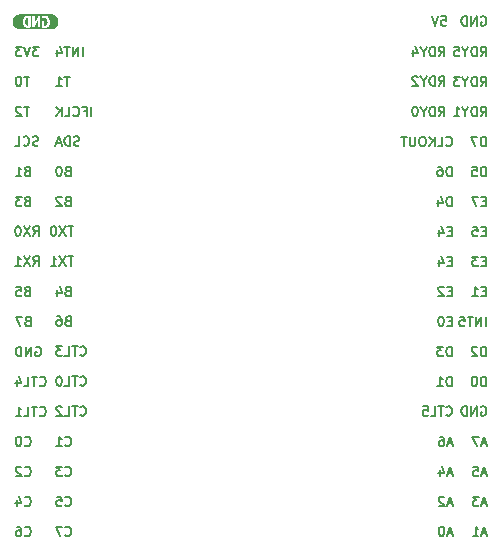
<source format=gbr>
%TF.GenerationSoftware,KiCad,Pcbnew,7.0.2-6a45011f42~172~ubuntu20.04.1*%
%TF.CreationDate,2023-04-23T14:30:36+07:00*%
%TF.ProjectId,EZ-USB-100X,455a2d55-5342-42d3-9130-30582e6b6963,rev?*%
%TF.SameCoordinates,Original*%
%TF.FileFunction,Legend,Bot*%
%TF.FilePolarity,Positive*%
%FSLAX46Y46*%
G04 Gerber Fmt 4.6, Leading zero omitted, Abs format (unit mm)*
G04 Created by KiCad (PCBNEW 7.0.2-6a45011f42~172~ubuntu20.04.1) date 2023-04-23 14:30:36*
%MOMM*%
%LPD*%
G01*
G04 APERTURE LIST*
%ADD10C,0.150000*%
G04 APERTURE END LIST*
D10*
X123989807Y-67019695D02*
X123989807Y-66219695D01*
X123342189Y-66600647D02*
X123608855Y-66600647D01*
X123608855Y-67019695D02*
X123608855Y-66219695D01*
X123608855Y-66219695D02*
X123227903Y-66219695D01*
X122465998Y-66943504D02*
X122504094Y-66981600D01*
X122504094Y-66981600D02*
X122618379Y-67019695D01*
X122618379Y-67019695D02*
X122694570Y-67019695D01*
X122694570Y-67019695D02*
X122808856Y-66981600D01*
X122808856Y-66981600D02*
X122885046Y-66905409D01*
X122885046Y-66905409D02*
X122923141Y-66829219D01*
X122923141Y-66829219D02*
X122961237Y-66676838D01*
X122961237Y-66676838D02*
X122961237Y-66562552D01*
X122961237Y-66562552D02*
X122923141Y-66410171D01*
X122923141Y-66410171D02*
X122885046Y-66333980D01*
X122885046Y-66333980D02*
X122808856Y-66257790D01*
X122808856Y-66257790D02*
X122694570Y-66219695D01*
X122694570Y-66219695D02*
X122618379Y-66219695D01*
X122618379Y-66219695D02*
X122504094Y-66257790D01*
X122504094Y-66257790D02*
X122465998Y-66295885D01*
X121742189Y-67019695D02*
X122123141Y-67019695D01*
X122123141Y-67019695D02*
X122123141Y-66219695D01*
X121475522Y-67019695D02*
X121475522Y-66219695D01*
X121018379Y-67019695D02*
X121361237Y-66562552D01*
X121018379Y-66219695D02*
X121475522Y-66676838D01*
X118351322Y-94883504D02*
X118389418Y-94921600D01*
X118389418Y-94921600D02*
X118503703Y-94959695D01*
X118503703Y-94959695D02*
X118579894Y-94959695D01*
X118579894Y-94959695D02*
X118694180Y-94921600D01*
X118694180Y-94921600D02*
X118770370Y-94845409D01*
X118770370Y-94845409D02*
X118808465Y-94769219D01*
X118808465Y-94769219D02*
X118846561Y-94616838D01*
X118846561Y-94616838D02*
X118846561Y-94502552D01*
X118846561Y-94502552D02*
X118808465Y-94350171D01*
X118808465Y-94350171D02*
X118770370Y-94273980D01*
X118770370Y-94273980D02*
X118694180Y-94197790D01*
X118694180Y-94197790D02*
X118579894Y-94159695D01*
X118579894Y-94159695D02*
X118503703Y-94159695D01*
X118503703Y-94159695D02*
X118389418Y-94197790D01*
X118389418Y-94197790D02*
X118351322Y-94235885D01*
X117856084Y-94159695D02*
X117779894Y-94159695D01*
X117779894Y-94159695D02*
X117703703Y-94197790D01*
X117703703Y-94197790D02*
X117665608Y-94235885D01*
X117665608Y-94235885D02*
X117627513Y-94312076D01*
X117627513Y-94312076D02*
X117589418Y-94464457D01*
X117589418Y-94464457D02*
X117589418Y-94654933D01*
X117589418Y-94654933D02*
X117627513Y-94807314D01*
X117627513Y-94807314D02*
X117665608Y-94883504D01*
X117665608Y-94883504D02*
X117703703Y-94921600D01*
X117703703Y-94921600D02*
X117779894Y-94959695D01*
X117779894Y-94959695D02*
X117856084Y-94959695D01*
X117856084Y-94959695D02*
X117932275Y-94921600D01*
X117932275Y-94921600D02*
X117970370Y-94883504D01*
X117970370Y-94883504D02*
X118008465Y-94807314D01*
X118008465Y-94807314D02*
X118046561Y-94654933D01*
X118046561Y-94654933D02*
X118046561Y-94464457D01*
X118046561Y-94464457D02*
X118008465Y-94312076D01*
X118008465Y-94312076D02*
X117970370Y-94235885D01*
X117970370Y-94235885D02*
X117932275Y-94197790D01*
X117932275Y-94197790D02*
X117856084Y-94159695D01*
X123037428Y-92318104D02*
X123075524Y-92356200D01*
X123075524Y-92356200D02*
X123189809Y-92394295D01*
X123189809Y-92394295D02*
X123266000Y-92394295D01*
X123266000Y-92394295D02*
X123380286Y-92356200D01*
X123380286Y-92356200D02*
X123456476Y-92280009D01*
X123456476Y-92280009D02*
X123494571Y-92203819D01*
X123494571Y-92203819D02*
X123532667Y-92051438D01*
X123532667Y-92051438D02*
X123532667Y-91937152D01*
X123532667Y-91937152D02*
X123494571Y-91784771D01*
X123494571Y-91784771D02*
X123456476Y-91708580D01*
X123456476Y-91708580D02*
X123380286Y-91632390D01*
X123380286Y-91632390D02*
X123266000Y-91594295D01*
X123266000Y-91594295D02*
X123189809Y-91594295D01*
X123189809Y-91594295D02*
X123075524Y-91632390D01*
X123075524Y-91632390D02*
X123037428Y-91670485D01*
X122808857Y-91594295D02*
X122351714Y-91594295D01*
X122580286Y-92394295D02*
X122580286Y-91594295D01*
X121704095Y-92394295D02*
X122085047Y-92394295D01*
X122085047Y-92394295D02*
X122085047Y-91594295D01*
X121475524Y-91670485D02*
X121437428Y-91632390D01*
X121437428Y-91632390D02*
X121361238Y-91594295D01*
X121361238Y-91594295D02*
X121170762Y-91594295D01*
X121170762Y-91594295D02*
X121094571Y-91632390D01*
X121094571Y-91632390D02*
X121056476Y-91670485D01*
X121056476Y-91670485D02*
X121018381Y-91746676D01*
X121018381Y-91746676D02*
X121018381Y-91822866D01*
X121018381Y-91822866D02*
X121056476Y-91937152D01*
X121056476Y-91937152D02*
X121513619Y-92394295D01*
X121513619Y-92394295D02*
X121018381Y-92394295D01*
X153403189Y-61939695D02*
X153669856Y-61558742D01*
X153860332Y-61939695D02*
X153860332Y-61139695D01*
X153860332Y-61139695D02*
X153555570Y-61139695D01*
X153555570Y-61139695D02*
X153479380Y-61177790D01*
X153479380Y-61177790D02*
X153441285Y-61215885D01*
X153441285Y-61215885D02*
X153403189Y-61292076D01*
X153403189Y-61292076D02*
X153403189Y-61406361D01*
X153403189Y-61406361D02*
X153441285Y-61482552D01*
X153441285Y-61482552D02*
X153479380Y-61520647D01*
X153479380Y-61520647D02*
X153555570Y-61558742D01*
X153555570Y-61558742D02*
X153860332Y-61558742D01*
X153060332Y-61939695D02*
X153060332Y-61139695D01*
X153060332Y-61139695D02*
X152869856Y-61139695D01*
X152869856Y-61139695D02*
X152755570Y-61177790D01*
X152755570Y-61177790D02*
X152679380Y-61253980D01*
X152679380Y-61253980D02*
X152641285Y-61330171D01*
X152641285Y-61330171D02*
X152603189Y-61482552D01*
X152603189Y-61482552D02*
X152603189Y-61596838D01*
X152603189Y-61596838D02*
X152641285Y-61749219D01*
X152641285Y-61749219D02*
X152679380Y-61825409D01*
X152679380Y-61825409D02*
X152755570Y-61901600D01*
X152755570Y-61901600D02*
X152869856Y-61939695D01*
X152869856Y-61939695D02*
X153060332Y-61939695D01*
X152107951Y-61558742D02*
X152107951Y-61939695D01*
X152374618Y-61139695D02*
X152107951Y-61558742D01*
X152107951Y-61558742D02*
X151841285Y-61139695D01*
X151231761Y-61406361D02*
X151231761Y-61939695D01*
X151422237Y-61101600D02*
X151612714Y-61673028D01*
X151612714Y-61673028D02*
X151117475Y-61673028D01*
X156933789Y-64479695D02*
X157200456Y-64098742D01*
X157390932Y-64479695D02*
X157390932Y-63679695D01*
X157390932Y-63679695D02*
X157086170Y-63679695D01*
X157086170Y-63679695D02*
X157009980Y-63717790D01*
X157009980Y-63717790D02*
X156971885Y-63755885D01*
X156971885Y-63755885D02*
X156933789Y-63832076D01*
X156933789Y-63832076D02*
X156933789Y-63946361D01*
X156933789Y-63946361D02*
X156971885Y-64022552D01*
X156971885Y-64022552D02*
X157009980Y-64060647D01*
X157009980Y-64060647D02*
X157086170Y-64098742D01*
X157086170Y-64098742D02*
X157390932Y-64098742D01*
X156590932Y-64479695D02*
X156590932Y-63679695D01*
X156590932Y-63679695D02*
X156400456Y-63679695D01*
X156400456Y-63679695D02*
X156286170Y-63717790D01*
X156286170Y-63717790D02*
X156209980Y-63793980D01*
X156209980Y-63793980D02*
X156171885Y-63870171D01*
X156171885Y-63870171D02*
X156133789Y-64022552D01*
X156133789Y-64022552D02*
X156133789Y-64136838D01*
X156133789Y-64136838D02*
X156171885Y-64289219D01*
X156171885Y-64289219D02*
X156209980Y-64365409D01*
X156209980Y-64365409D02*
X156286170Y-64441600D01*
X156286170Y-64441600D02*
X156400456Y-64479695D01*
X156400456Y-64479695D02*
X156590932Y-64479695D01*
X155638551Y-64098742D02*
X155638551Y-64479695D01*
X155905218Y-63679695D02*
X155638551Y-64098742D01*
X155638551Y-64098742D02*
X155371885Y-63679695D01*
X155181409Y-63679695D02*
X154686171Y-63679695D01*
X154686171Y-63679695D02*
X154952837Y-63984457D01*
X154952837Y-63984457D02*
X154838552Y-63984457D01*
X154838552Y-63984457D02*
X154762361Y-64022552D01*
X154762361Y-64022552D02*
X154724266Y-64060647D01*
X154724266Y-64060647D02*
X154686171Y-64136838D01*
X154686171Y-64136838D02*
X154686171Y-64327314D01*
X154686171Y-64327314D02*
X154724266Y-64403504D01*
X154724266Y-64403504D02*
X154762361Y-64441600D01*
X154762361Y-64441600D02*
X154838552Y-64479695D01*
X154838552Y-64479695D02*
X155067123Y-64479695D01*
X155067123Y-64479695D02*
X155143314Y-64441600D01*
X155143314Y-64441600D02*
X155181409Y-64403504D01*
X121970761Y-81840647D02*
X121856475Y-81878742D01*
X121856475Y-81878742D02*
X121818380Y-81916838D01*
X121818380Y-81916838D02*
X121780284Y-81993028D01*
X121780284Y-81993028D02*
X121780284Y-82107314D01*
X121780284Y-82107314D02*
X121818380Y-82183504D01*
X121818380Y-82183504D02*
X121856475Y-82221600D01*
X121856475Y-82221600D02*
X121932665Y-82259695D01*
X121932665Y-82259695D02*
X122237427Y-82259695D01*
X122237427Y-82259695D02*
X122237427Y-81459695D01*
X122237427Y-81459695D02*
X121970761Y-81459695D01*
X121970761Y-81459695D02*
X121894570Y-81497790D01*
X121894570Y-81497790D02*
X121856475Y-81535885D01*
X121856475Y-81535885D02*
X121818380Y-81612076D01*
X121818380Y-81612076D02*
X121818380Y-81688266D01*
X121818380Y-81688266D02*
X121856475Y-81764457D01*
X121856475Y-81764457D02*
X121894570Y-81802552D01*
X121894570Y-81802552D02*
X121970761Y-81840647D01*
X121970761Y-81840647D02*
X122237427Y-81840647D01*
X121094570Y-81726361D02*
X121094570Y-82259695D01*
X121285046Y-81421600D02*
X121475523Y-81993028D01*
X121475523Y-81993028D02*
X120980284Y-81993028D01*
X156971885Y-91632390D02*
X157048075Y-91594295D01*
X157048075Y-91594295D02*
X157162361Y-91594295D01*
X157162361Y-91594295D02*
X157276647Y-91632390D01*
X157276647Y-91632390D02*
X157352837Y-91708580D01*
X157352837Y-91708580D02*
X157390932Y-91784771D01*
X157390932Y-91784771D02*
X157429028Y-91937152D01*
X157429028Y-91937152D02*
X157429028Y-92051438D01*
X157429028Y-92051438D02*
X157390932Y-92203819D01*
X157390932Y-92203819D02*
X157352837Y-92280009D01*
X157352837Y-92280009D02*
X157276647Y-92356200D01*
X157276647Y-92356200D02*
X157162361Y-92394295D01*
X157162361Y-92394295D02*
X157086170Y-92394295D01*
X157086170Y-92394295D02*
X156971885Y-92356200D01*
X156971885Y-92356200D02*
X156933789Y-92318104D01*
X156933789Y-92318104D02*
X156933789Y-92051438D01*
X156933789Y-92051438D02*
X157086170Y-92051438D01*
X156590932Y-92394295D02*
X156590932Y-91594295D01*
X156590932Y-91594295D02*
X156133789Y-92394295D01*
X156133789Y-92394295D02*
X156133789Y-91594295D01*
X155752837Y-92394295D02*
X155752837Y-91594295D01*
X155752837Y-91594295D02*
X155562361Y-91594295D01*
X155562361Y-91594295D02*
X155448075Y-91632390D01*
X155448075Y-91632390D02*
X155371885Y-91708580D01*
X155371885Y-91708580D02*
X155333790Y-91784771D01*
X155333790Y-91784771D02*
X155295694Y-91937152D01*
X155295694Y-91937152D02*
X155295694Y-92051438D01*
X155295694Y-92051438D02*
X155333790Y-92203819D01*
X155333790Y-92203819D02*
X155371885Y-92280009D01*
X155371885Y-92280009D02*
X155448075Y-92356200D01*
X155448075Y-92356200D02*
X155562361Y-92394295D01*
X155562361Y-92394295D02*
X155752837Y-92394295D01*
X121780284Y-102503504D02*
X121818380Y-102541600D01*
X121818380Y-102541600D02*
X121932665Y-102579695D01*
X121932665Y-102579695D02*
X122008856Y-102579695D01*
X122008856Y-102579695D02*
X122123142Y-102541600D01*
X122123142Y-102541600D02*
X122199332Y-102465409D01*
X122199332Y-102465409D02*
X122237427Y-102389219D01*
X122237427Y-102389219D02*
X122275523Y-102236838D01*
X122275523Y-102236838D02*
X122275523Y-102122552D01*
X122275523Y-102122552D02*
X122237427Y-101970171D01*
X122237427Y-101970171D02*
X122199332Y-101893980D01*
X122199332Y-101893980D02*
X122123142Y-101817790D01*
X122123142Y-101817790D02*
X122008856Y-101779695D01*
X122008856Y-101779695D02*
X121932665Y-101779695D01*
X121932665Y-101779695D02*
X121818380Y-101817790D01*
X121818380Y-101817790D02*
X121780284Y-101855885D01*
X121513618Y-101779695D02*
X120980284Y-101779695D01*
X120980284Y-101779695D02*
X121323142Y-102579695D01*
X123037428Y-87238104D02*
X123075524Y-87276200D01*
X123075524Y-87276200D02*
X123189809Y-87314295D01*
X123189809Y-87314295D02*
X123266000Y-87314295D01*
X123266000Y-87314295D02*
X123380286Y-87276200D01*
X123380286Y-87276200D02*
X123456476Y-87200009D01*
X123456476Y-87200009D02*
X123494571Y-87123819D01*
X123494571Y-87123819D02*
X123532667Y-86971438D01*
X123532667Y-86971438D02*
X123532667Y-86857152D01*
X123532667Y-86857152D02*
X123494571Y-86704771D01*
X123494571Y-86704771D02*
X123456476Y-86628580D01*
X123456476Y-86628580D02*
X123380286Y-86552390D01*
X123380286Y-86552390D02*
X123266000Y-86514295D01*
X123266000Y-86514295D02*
X123189809Y-86514295D01*
X123189809Y-86514295D02*
X123075524Y-86552390D01*
X123075524Y-86552390D02*
X123037428Y-86590485D01*
X122808857Y-86514295D02*
X122351714Y-86514295D01*
X122580286Y-87314295D02*
X122580286Y-86514295D01*
X121704095Y-87314295D02*
X122085047Y-87314295D01*
X122085047Y-87314295D02*
X122085047Y-86514295D01*
X121513619Y-86514295D02*
X121018381Y-86514295D01*
X121018381Y-86514295D02*
X121285047Y-86819057D01*
X121285047Y-86819057D02*
X121170762Y-86819057D01*
X121170762Y-86819057D02*
X121094571Y-86857152D01*
X121094571Y-86857152D02*
X121056476Y-86895247D01*
X121056476Y-86895247D02*
X121018381Y-86971438D01*
X121018381Y-86971438D02*
X121018381Y-87161914D01*
X121018381Y-87161914D02*
X121056476Y-87238104D01*
X121056476Y-87238104D02*
X121094571Y-87276200D01*
X121094571Y-87276200D02*
X121170762Y-87314295D01*
X121170762Y-87314295D02*
X121399333Y-87314295D01*
X121399333Y-87314295D02*
X121475524Y-87276200D01*
X121475524Y-87276200D02*
X121513619Y-87238104D01*
X121970761Y-84355247D02*
X121856475Y-84393342D01*
X121856475Y-84393342D02*
X121818380Y-84431438D01*
X121818380Y-84431438D02*
X121780284Y-84507628D01*
X121780284Y-84507628D02*
X121780284Y-84621914D01*
X121780284Y-84621914D02*
X121818380Y-84698104D01*
X121818380Y-84698104D02*
X121856475Y-84736200D01*
X121856475Y-84736200D02*
X121932665Y-84774295D01*
X121932665Y-84774295D02*
X122237427Y-84774295D01*
X122237427Y-84774295D02*
X122237427Y-83974295D01*
X122237427Y-83974295D02*
X121970761Y-83974295D01*
X121970761Y-83974295D02*
X121894570Y-84012390D01*
X121894570Y-84012390D02*
X121856475Y-84050485D01*
X121856475Y-84050485D02*
X121818380Y-84126676D01*
X121818380Y-84126676D02*
X121818380Y-84202866D01*
X121818380Y-84202866D02*
X121856475Y-84279057D01*
X121856475Y-84279057D02*
X121894570Y-84317152D01*
X121894570Y-84317152D02*
X121970761Y-84355247D01*
X121970761Y-84355247D02*
X122237427Y-84355247D01*
X121094570Y-83974295D02*
X121246951Y-83974295D01*
X121246951Y-83974295D02*
X121323142Y-84012390D01*
X121323142Y-84012390D02*
X121361237Y-84050485D01*
X121361237Y-84050485D02*
X121437427Y-84164771D01*
X121437427Y-84164771D02*
X121475523Y-84317152D01*
X121475523Y-84317152D02*
X121475523Y-84621914D01*
X121475523Y-84621914D02*
X121437427Y-84698104D01*
X121437427Y-84698104D02*
X121399332Y-84736200D01*
X121399332Y-84736200D02*
X121323142Y-84774295D01*
X121323142Y-84774295D02*
X121170761Y-84774295D01*
X121170761Y-84774295D02*
X121094570Y-84736200D01*
X121094570Y-84736200D02*
X121056475Y-84698104D01*
X121056475Y-84698104D02*
X121018380Y-84621914D01*
X121018380Y-84621914D02*
X121018380Y-84431438D01*
X121018380Y-84431438D02*
X121056475Y-84355247D01*
X121056475Y-84355247D02*
X121094570Y-84317152D01*
X121094570Y-84317152D02*
X121170761Y-84279057D01*
X121170761Y-84279057D02*
X121323142Y-84279057D01*
X121323142Y-84279057D02*
X121399332Y-84317152D01*
X121399332Y-84317152D02*
X121437427Y-84355247D01*
X121437427Y-84355247D02*
X121475523Y-84431438D01*
X154501780Y-76760647D02*
X154235114Y-76760647D01*
X154120828Y-77179695D02*
X154501780Y-77179695D01*
X154501780Y-77179695D02*
X154501780Y-76379695D01*
X154501780Y-76379695D02*
X154120828Y-76379695D01*
X153435113Y-76646361D02*
X153435113Y-77179695D01*
X153625589Y-76341600D02*
X153816066Y-76913028D01*
X153816066Y-76913028D02*
X153320827Y-76913028D01*
X157390932Y-69559695D02*
X157390932Y-68759695D01*
X157390932Y-68759695D02*
X157200456Y-68759695D01*
X157200456Y-68759695D02*
X157086170Y-68797790D01*
X157086170Y-68797790D02*
X157009980Y-68873980D01*
X157009980Y-68873980D02*
X156971885Y-68950171D01*
X156971885Y-68950171D02*
X156933789Y-69102552D01*
X156933789Y-69102552D02*
X156933789Y-69216838D01*
X156933789Y-69216838D02*
X156971885Y-69369219D01*
X156971885Y-69369219D02*
X157009980Y-69445409D01*
X157009980Y-69445409D02*
X157086170Y-69521600D01*
X157086170Y-69521600D02*
X157200456Y-69559695D01*
X157200456Y-69559695D02*
X157390932Y-69559695D01*
X156667123Y-68759695D02*
X156133789Y-68759695D01*
X156133789Y-68759695D02*
X156476647Y-69559695D01*
X121780284Y-97423504D02*
X121818380Y-97461600D01*
X121818380Y-97461600D02*
X121932665Y-97499695D01*
X121932665Y-97499695D02*
X122008856Y-97499695D01*
X122008856Y-97499695D02*
X122123142Y-97461600D01*
X122123142Y-97461600D02*
X122199332Y-97385409D01*
X122199332Y-97385409D02*
X122237427Y-97309219D01*
X122237427Y-97309219D02*
X122275523Y-97156838D01*
X122275523Y-97156838D02*
X122275523Y-97042552D01*
X122275523Y-97042552D02*
X122237427Y-96890171D01*
X122237427Y-96890171D02*
X122199332Y-96813980D01*
X122199332Y-96813980D02*
X122123142Y-96737790D01*
X122123142Y-96737790D02*
X122008856Y-96699695D01*
X122008856Y-96699695D02*
X121932665Y-96699695D01*
X121932665Y-96699695D02*
X121818380Y-96737790D01*
X121818380Y-96737790D02*
X121780284Y-96775885D01*
X121513618Y-96699695D02*
X121018380Y-96699695D01*
X121018380Y-96699695D02*
X121285046Y-97004457D01*
X121285046Y-97004457D02*
X121170761Y-97004457D01*
X121170761Y-97004457D02*
X121094570Y-97042552D01*
X121094570Y-97042552D02*
X121056475Y-97080647D01*
X121056475Y-97080647D02*
X121018380Y-97156838D01*
X121018380Y-97156838D02*
X121018380Y-97347314D01*
X121018380Y-97347314D02*
X121056475Y-97423504D01*
X121056475Y-97423504D02*
X121094570Y-97461600D01*
X121094570Y-97461600D02*
X121170761Y-97499695D01*
X121170761Y-97499695D02*
X121399332Y-97499695D01*
X121399332Y-97499695D02*
X121475523Y-97461600D01*
X121475523Y-97461600D02*
X121513618Y-97423504D01*
X118586209Y-84380647D02*
X118471923Y-84418742D01*
X118471923Y-84418742D02*
X118433828Y-84456838D01*
X118433828Y-84456838D02*
X118395732Y-84533028D01*
X118395732Y-84533028D02*
X118395732Y-84647314D01*
X118395732Y-84647314D02*
X118433828Y-84723504D01*
X118433828Y-84723504D02*
X118471923Y-84761600D01*
X118471923Y-84761600D02*
X118548113Y-84799695D01*
X118548113Y-84799695D02*
X118852875Y-84799695D01*
X118852875Y-84799695D02*
X118852875Y-83999695D01*
X118852875Y-83999695D02*
X118586209Y-83999695D01*
X118586209Y-83999695D02*
X118510018Y-84037790D01*
X118510018Y-84037790D02*
X118471923Y-84075885D01*
X118471923Y-84075885D02*
X118433828Y-84152076D01*
X118433828Y-84152076D02*
X118433828Y-84228266D01*
X118433828Y-84228266D02*
X118471923Y-84304457D01*
X118471923Y-84304457D02*
X118510018Y-84342552D01*
X118510018Y-84342552D02*
X118586209Y-84380647D01*
X118586209Y-84380647D02*
X118852875Y-84380647D01*
X118129066Y-83999695D02*
X117595732Y-83999695D01*
X117595732Y-83999695D02*
X117938590Y-84799695D01*
X157429028Y-99811123D02*
X157048075Y-99811123D01*
X157505218Y-100039695D02*
X157238551Y-99239695D01*
X157238551Y-99239695D02*
X156971885Y-100039695D01*
X156781409Y-99239695D02*
X156286171Y-99239695D01*
X156286171Y-99239695D02*
X156552837Y-99544457D01*
X156552837Y-99544457D02*
X156438552Y-99544457D01*
X156438552Y-99544457D02*
X156362361Y-99582552D01*
X156362361Y-99582552D02*
X156324266Y-99620647D01*
X156324266Y-99620647D02*
X156286171Y-99696838D01*
X156286171Y-99696838D02*
X156286171Y-99887314D01*
X156286171Y-99887314D02*
X156324266Y-99963504D01*
X156324266Y-99963504D02*
X156362361Y-100001600D01*
X156362361Y-100001600D02*
X156438552Y-100039695D01*
X156438552Y-100039695D02*
X156667123Y-100039695D01*
X156667123Y-100039695D02*
X156743314Y-100001600D01*
X156743314Y-100001600D02*
X156781409Y-99963504D01*
X156933789Y-67019695D02*
X157200456Y-66638742D01*
X157390932Y-67019695D02*
X157390932Y-66219695D01*
X157390932Y-66219695D02*
X157086170Y-66219695D01*
X157086170Y-66219695D02*
X157009980Y-66257790D01*
X157009980Y-66257790D02*
X156971885Y-66295885D01*
X156971885Y-66295885D02*
X156933789Y-66372076D01*
X156933789Y-66372076D02*
X156933789Y-66486361D01*
X156933789Y-66486361D02*
X156971885Y-66562552D01*
X156971885Y-66562552D02*
X157009980Y-66600647D01*
X157009980Y-66600647D02*
X157086170Y-66638742D01*
X157086170Y-66638742D02*
X157390932Y-66638742D01*
X156590932Y-67019695D02*
X156590932Y-66219695D01*
X156590932Y-66219695D02*
X156400456Y-66219695D01*
X156400456Y-66219695D02*
X156286170Y-66257790D01*
X156286170Y-66257790D02*
X156209980Y-66333980D01*
X156209980Y-66333980D02*
X156171885Y-66410171D01*
X156171885Y-66410171D02*
X156133789Y-66562552D01*
X156133789Y-66562552D02*
X156133789Y-66676838D01*
X156133789Y-66676838D02*
X156171885Y-66829219D01*
X156171885Y-66829219D02*
X156209980Y-66905409D01*
X156209980Y-66905409D02*
X156286170Y-66981600D01*
X156286170Y-66981600D02*
X156400456Y-67019695D01*
X156400456Y-67019695D02*
X156590932Y-67019695D01*
X155638551Y-66638742D02*
X155638551Y-67019695D01*
X155905218Y-66219695D02*
X155638551Y-66638742D01*
X155638551Y-66638742D02*
X155371885Y-66219695D01*
X154686171Y-67019695D02*
X155143314Y-67019695D01*
X154914742Y-67019695D02*
X154914742Y-66219695D01*
X154914742Y-66219695D02*
X154990933Y-66333980D01*
X154990933Y-66333980D02*
X155067123Y-66410171D01*
X155067123Y-66410171D02*
X155143314Y-66448266D01*
X154539876Y-94731123D02*
X154158923Y-94731123D01*
X154616066Y-94959695D02*
X154349399Y-94159695D01*
X154349399Y-94159695D02*
X154082733Y-94959695D01*
X153473209Y-94159695D02*
X153625590Y-94159695D01*
X153625590Y-94159695D02*
X153701781Y-94197790D01*
X153701781Y-94197790D02*
X153739876Y-94235885D01*
X153739876Y-94235885D02*
X153816066Y-94350171D01*
X153816066Y-94350171D02*
X153854162Y-94502552D01*
X153854162Y-94502552D02*
X153854162Y-94807314D01*
X153854162Y-94807314D02*
X153816066Y-94883504D01*
X153816066Y-94883504D02*
X153777971Y-94921600D01*
X153777971Y-94921600D02*
X153701781Y-94959695D01*
X153701781Y-94959695D02*
X153549400Y-94959695D01*
X153549400Y-94959695D02*
X153473209Y-94921600D01*
X153473209Y-94921600D02*
X153435114Y-94883504D01*
X153435114Y-94883504D02*
X153397019Y-94807314D01*
X153397019Y-94807314D02*
X153397019Y-94616838D01*
X153397019Y-94616838D02*
X153435114Y-94540647D01*
X153435114Y-94540647D02*
X153473209Y-94502552D01*
X153473209Y-94502552D02*
X153549400Y-94464457D01*
X153549400Y-94464457D02*
X153701781Y-94464457D01*
X153701781Y-94464457D02*
X153777971Y-94502552D01*
X153777971Y-94502552D02*
X153816066Y-94540647D01*
X153816066Y-94540647D02*
X153854162Y-94616838D01*
X118351322Y-97423504D02*
X118389418Y-97461600D01*
X118389418Y-97461600D02*
X118503703Y-97499695D01*
X118503703Y-97499695D02*
X118579894Y-97499695D01*
X118579894Y-97499695D02*
X118694180Y-97461600D01*
X118694180Y-97461600D02*
X118770370Y-97385409D01*
X118770370Y-97385409D02*
X118808465Y-97309219D01*
X118808465Y-97309219D02*
X118846561Y-97156838D01*
X118846561Y-97156838D02*
X118846561Y-97042552D01*
X118846561Y-97042552D02*
X118808465Y-96890171D01*
X118808465Y-96890171D02*
X118770370Y-96813980D01*
X118770370Y-96813980D02*
X118694180Y-96737790D01*
X118694180Y-96737790D02*
X118579894Y-96699695D01*
X118579894Y-96699695D02*
X118503703Y-96699695D01*
X118503703Y-96699695D02*
X118389418Y-96737790D01*
X118389418Y-96737790D02*
X118351322Y-96775885D01*
X118046561Y-96775885D02*
X118008465Y-96737790D01*
X118008465Y-96737790D02*
X117932275Y-96699695D01*
X117932275Y-96699695D02*
X117741799Y-96699695D01*
X117741799Y-96699695D02*
X117665608Y-96737790D01*
X117665608Y-96737790D02*
X117627513Y-96775885D01*
X117627513Y-96775885D02*
X117589418Y-96852076D01*
X117589418Y-96852076D02*
X117589418Y-96928266D01*
X117589418Y-96928266D02*
X117627513Y-97042552D01*
X117627513Y-97042552D02*
X118084656Y-97499695D01*
X118084656Y-97499695D02*
X117589418Y-97499695D01*
X157429028Y-94731123D02*
X157048075Y-94731123D01*
X157505218Y-94959695D02*
X157238551Y-94159695D01*
X157238551Y-94159695D02*
X156971885Y-94959695D01*
X156781409Y-94159695D02*
X156248075Y-94159695D01*
X156248075Y-94159695D02*
X156590933Y-94959695D01*
X119056085Y-79694295D02*
X119322752Y-79313342D01*
X119513228Y-79694295D02*
X119513228Y-78894295D01*
X119513228Y-78894295D02*
X119208466Y-78894295D01*
X119208466Y-78894295D02*
X119132276Y-78932390D01*
X119132276Y-78932390D02*
X119094181Y-78970485D01*
X119094181Y-78970485D02*
X119056085Y-79046676D01*
X119056085Y-79046676D02*
X119056085Y-79160961D01*
X119056085Y-79160961D02*
X119094181Y-79237152D01*
X119094181Y-79237152D02*
X119132276Y-79275247D01*
X119132276Y-79275247D02*
X119208466Y-79313342D01*
X119208466Y-79313342D02*
X119513228Y-79313342D01*
X118789419Y-78894295D02*
X118256085Y-79694295D01*
X118256085Y-78894295D02*
X118789419Y-79694295D01*
X117532276Y-79694295D02*
X117989419Y-79694295D01*
X117760847Y-79694295D02*
X117760847Y-78894295D01*
X117760847Y-78894295D02*
X117837038Y-79008580D01*
X117837038Y-79008580D02*
X117913228Y-79084771D01*
X117913228Y-79084771D02*
X117989419Y-79122866D01*
X118541799Y-74220647D02*
X118427513Y-74258742D01*
X118427513Y-74258742D02*
X118389418Y-74296838D01*
X118389418Y-74296838D02*
X118351322Y-74373028D01*
X118351322Y-74373028D02*
X118351322Y-74487314D01*
X118351322Y-74487314D02*
X118389418Y-74563504D01*
X118389418Y-74563504D02*
X118427513Y-74601600D01*
X118427513Y-74601600D02*
X118503703Y-74639695D01*
X118503703Y-74639695D02*
X118808465Y-74639695D01*
X118808465Y-74639695D02*
X118808465Y-73839695D01*
X118808465Y-73839695D02*
X118541799Y-73839695D01*
X118541799Y-73839695D02*
X118465608Y-73877790D01*
X118465608Y-73877790D02*
X118427513Y-73915885D01*
X118427513Y-73915885D02*
X118389418Y-73992076D01*
X118389418Y-73992076D02*
X118389418Y-74068266D01*
X118389418Y-74068266D02*
X118427513Y-74144457D01*
X118427513Y-74144457D02*
X118465608Y-74182552D01*
X118465608Y-74182552D02*
X118541799Y-74220647D01*
X118541799Y-74220647D02*
X118808465Y-74220647D01*
X118084656Y-73839695D02*
X117589418Y-73839695D01*
X117589418Y-73839695D02*
X117856084Y-74144457D01*
X117856084Y-74144457D02*
X117741799Y-74144457D01*
X117741799Y-74144457D02*
X117665608Y-74182552D01*
X117665608Y-74182552D02*
X117627513Y-74220647D01*
X117627513Y-74220647D02*
X117589418Y-74296838D01*
X117589418Y-74296838D02*
X117589418Y-74487314D01*
X117589418Y-74487314D02*
X117627513Y-74563504D01*
X117627513Y-74563504D02*
X117665608Y-74601600D01*
X117665608Y-74601600D02*
X117741799Y-74639695D01*
X117741799Y-74639695D02*
X117970370Y-74639695D01*
X117970370Y-74639695D02*
X118046561Y-74601600D01*
X118046561Y-74601600D02*
X118084656Y-74563504D01*
X157429028Y-102351123D02*
X157048075Y-102351123D01*
X157505218Y-102579695D02*
X157238551Y-101779695D01*
X157238551Y-101779695D02*
X156971885Y-102579695D01*
X156286171Y-102579695D02*
X156743314Y-102579695D01*
X156514742Y-102579695D02*
X156514742Y-101779695D01*
X156514742Y-101779695D02*
X156590933Y-101893980D01*
X156590933Y-101893980D02*
X156667123Y-101970171D01*
X156667123Y-101970171D02*
X156743314Y-102008266D01*
X121970761Y-71680647D02*
X121856475Y-71718742D01*
X121856475Y-71718742D02*
X121818380Y-71756838D01*
X121818380Y-71756838D02*
X121780284Y-71833028D01*
X121780284Y-71833028D02*
X121780284Y-71947314D01*
X121780284Y-71947314D02*
X121818380Y-72023504D01*
X121818380Y-72023504D02*
X121856475Y-72061600D01*
X121856475Y-72061600D02*
X121932665Y-72099695D01*
X121932665Y-72099695D02*
X122237427Y-72099695D01*
X122237427Y-72099695D02*
X122237427Y-71299695D01*
X122237427Y-71299695D02*
X121970761Y-71299695D01*
X121970761Y-71299695D02*
X121894570Y-71337790D01*
X121894570Y-71337790D02*
X121856475Y-71375885D01*
X121856475Y-71375885D02*
X121818380Y-71452076D01*
X121818380Y-71452076D02*
X121818380Y-71528266D01*
X121818380Y-71528266D02*
X121856475Y-71604457D01*
X121856475Y-71604457D02*
X121894570Y-71642552D01*
X121894570Y-71642552D02*
X121970761Y-71680647D01*
X121970761Y-71680647D02*
X122237427Y-71680647D01*
X121285046Y-71299695D02*
X121208856Y-71299695D01*
X121208856Y-71299695D02*
X121132665Y-71337790D01*
X121132665Y-71337790D02*
X121094570Y-71375885D01*
X121094570Y-71375885D02*
X121056475Y-71452076D01*
X121056475Y-71452076D02*
X121018380Y-71604457D01*
X121018380Y-71604457D02*
X121018380Y-71794933D01*
X121018380Y-71794933D02*
X121056475Y-71947314D01*
X121056475Y-71947314D02*
X121094570Y-72023504D01*
X121094570Y-72023504D02*
X121132665Y-72061600D01*
X121132665Y-72061600D02*
X121208856Y-72099695D01*
X121208856Y-72099695D02*
X121285046Y-72099695D01*
X121285046Y-72099695D02*
X121361237Y-72061600D01*
X121361237Y-72061600D02*
X121399332Y-72023504D01*
X121399332Y-72023504D02*
X121437427Y-71947314D01*
X121437427Y-71947314D02*
X121475523Y-71794933D01*
X121475523Y-71794933D02*
X121475523Y-71604457D01*
X121475523Y-71604457D02*
X121437427Y-71452076D01*
X121437427Y-71452076D02*
X121399332Y-71375885D01*
X121399332Y-71375885D02*
X121361237Y-71337790D01*
X121361237Y-71337790D02*
X121285046Y-71299695D01*
X122161237Y-63679695D02*
X121704094Y-63679695D01*
X121932666Y-64479695D02*
X121932666Y-63679695D01*
X121018380Y-64479695D02*
X121475523Y-64479695D01*
X121246951Y-64479695D02*
X121246951Y-63679695D01*
X121246951Y-63679695D02*
X121323142Y-63793980D01*
X121323142Y-63793980D02*
X121399332Y-63870171D01*
X121399332Y-63870171D02*
X121475523Y-63908266D01*
X156971885Y-58612390D02*
X157048075Y-58574295D01*
X157048075Y-58574295D02*
X157162361Y-58574295D01*
X157162361Y-58574295D02*
X157276647Y-58612390D01*
X157276647Y-58612390D02*
X157352837Y-58688580D01*
X157352837Y-58688580D02*
X157390932Y-58764771D01*
X157390932Y-58764771D02*
X157429028Y-58917152D01*
X157429028Y-58917152D02*
X157429028Y-59031438D01*
X157429028Y-59031438D02*
X157390932Y-59183819D01*
X157390932Y-59183819D02*
X157352837Y-59260009D01*
X157352837Y-59260009D02*
X157276647Y-59336200D01*
X157276647Y-59336200D02*
X157162361Y-59374295D01*
X157162361Y-59374295D02*
X157086170Y-59374295D01*
X157086170Y-59374295D02*
X156971885Y-59336200D01*
X156971885Y-59336200D02*
X156933789Y-59298104D01*
X156933789Y-59298104D02*
X156933789Y-59031438D01*
X156933789Y-59031438D02*
X157086170Y-59031438D01*
X156590932Y-59374295D02*
X156590932Y-58574295D01*
X156590932Y-58574295D02*
X156133789Y-59374295D01*
X156133789Y-59374295D02*
X156133789Y-58574295D01*
X155752837Y-59374295D02*
X155752837Y-58574295D01*
X155752837Y-58574295D02*
X155562361Y-58574295D01*
X155562361Y-58574295D02*
X155448075Y-58612390D01*
X155448075Y-58612390D02*
X155371885Y-58688580D01*
X155371885Y-58688580D02*
X155333790Y-58764771D01*
X155333790Y-58764771D02*
X155295694Y-58917152D01*
X155295694Y-58917152D02*
X155295694Y-59031438D01*
X155295694Y-59031438D02*
X155333790Y-59183819D01*
X155333790Y-59183819D02*
X155371885Y-59260009D01*
X155371885Y-59260009D02*
X155448075Y-59336200D01*
X155448075Y-59336200D02*
X155562361Y-59374295D01*
X155562361Y-59374295D02*
X155752837Y-59374295D01*
X154501780Y-81840647D02*
X154235114Y-81840647D01*
X154120828Y-82259695D02*
X154501780Y-82259695D01*
X154501780Y-82259695D02*
X154501780Y-81459695D01*
X154501780Y-81459695D02*
X154120828Y-81459695D01*
X153816066Y-81535885D02*
X153777970Y-81497790D01*
X153777970Y-81497790D02*
X153701780Y-81459695D01*
X153701780Y-81459695D02*
X153511304Y-81459695D01*
X153511304Y-81459695D02*
X153435113Y-81497790D01*
X153435113Y-81497790D02*
X153397018Y-81535885D01*
X153397018Y-81535885D02*
X153358923Y-81612076D01*
X153358923Y-81612076D02*
X153358923Y-81688266D01*
X153358923Y-81688266D02*
X153397018Y-81802552D01*
X153397018Y-81802552D02*
X153854161Y-82259695D01*
X153854161Y-82259695D02*
X153358923Y-82259695D01*
X157390932Y-81840647D02*
X157124266Y-81840647D01*
X157009980Y-82259695D02*
X157390932Y-82259695D01*
X157390932Y-82259695D02*
X157390932Y-81459695D01*
X157390932Y-81459695D02*
X157009980Y-81459695D01*
X156248075Y-82259695D02*
X156705218Y-82259695D01*
X156476646Y-82259695D02*
X156476646Y-81459695D01*
X156476646Y-81459695D02*
X156552837Y-81573980D01*
X156552837Y-81573980D02*
X156629027Y-81650171D01*
X156629027Y-81650171D02*
X156705218Y-81688266D01*
X118541799Y-71680647D02*
X118427513Y-71718742D01*
X118427513Y-71718742D02*
X118389418Y-71756838D01*
X118389418Y-71756838D02*
X118351322Y-71833028D01*
X118351322Y-71833028D02*
X118351322Y-71947314D01*
X118351322Y-71947314D02*
X118389418Y-72023504D01*
X118389418Y-72023504D02*
X118427513Y-72061600D01*
X118427513Y-72061600D02*
X118503703Y-72099695D01*
X118503703Y-72099695D02*
X118808465Y-72099695D01*
X118808465Y-72099695D02*
X118808465Y-71299695D01*
X118808465Y-71299695D02*
X118541799Y-71299695D01*
X118541799Y-71299695D02*
X118465608Y-71337790D01*
X118465608Y-71337790D02*
X118427513Y-71375885D01*
X118427513Y-71375885D02*
X118389418Y-71452076D01*
X118389418Y-71452076D02*
X118389418Y-71528266D01*
X118389418Y-71528266D02*
X118427513Y-71604457D01*
X118427513Y-71604457D02*
X118465608Y-71642552D01*
X118465608Y-71642552D02*
X118541799Y-71680647D01*
X118541799Y-71680647D02*
X118808465Y-71680647D01*
X117589418Y-72099695D02*
X118046561Y-72099695D01*
X117817989Y-72099695D02*
X117817989Y-71299695D01*
X117817989Y-71299695D02*
X117894180Y-71413980D01*
X117894180Y-71413980D02*
X117970370Y-71490171D01*
X117970370Y-71490171D02*
X118046561Y-71528266D01*
X157390932Y-76760647D02*
X157124266Y-76760647D01*
X157009980Y-77179695D02*
X157390932Y-77179695D01*
X157390932Y-77179695D02*
X157390932Y-76379695D01*
X157390932Y-76379695D02*
X157009980Y-76379695D01*
X156286170Y-76379695D02*
X156667122Y-76379695D01*
X156667122Y-76379695D02*
X156705218Y-76760647D01*
X156705218Y-76760647D02*
X156667122Y-76722552D01*
X156667122Y-76722552D02*
X156590932Y-76684457D01*
X156590932Y-76684457D02*
X156400456Y-76684457D01*
X156400456Y-76684457D02*
X156324265Y-76722552D01*
X156324265Y-76722552D02*
X156286170Y-76760647D01*
X156286170Y-76760647D02*
X156248075Y-76836838D01*
X156248075Y-76836838D02*
X156248075Y-77027314D01*
X156248075Y-77027314D02*
X156286170Y-77103504D01*
X156286170Y-77103504D02*
X156324265Y-77141600D01*
X156324265Y-77141600D02*
X156400456Y-77179695D01*
X156400456Y-77179695D02*
X156590932Y-77179695D01*
X156590932Y-77179695D02*
X156667122Y-77141600D01*
X156667122Y-77141600D02*
X156705218Y-77103504D01*
X118541799Y-81840647D02*
X118427513Y-81878742D01*
X118427513Y-81878742D02*
X118389418Y-81916838D01*
X118389418Y-81916838D02*
X118351322Y-81993028D01*
X118351322Y-81993028D02*
X118351322Y-82107314D01*
X118351322Y-82107314D02*
X118389418Y-82183504D01*
X118389418Y-82183504D02*
X118427513Y-82221600D01*
X118427513Y-82221600D02*
X118503703Y-82259695D01*
X118503703Y-82259695D02*
X118808465Y-82259695D01*
X118808465Y-82259695D02*
X118808465Y-81459695D01*
X118808465Y-81459695D02*
X118541799Y-81459695D01*
X118541799Y-81459695D02*
X118465608Y-81497790D01*
X118465608Y-81497790D02*
X118427513Y-81535885D01*
X118427513Y-81535885D02*
X118389418Y-81612076D01*
X118389418Y-81612076D02*
X118389418Y-81688266D01*
X118389418Y-81688266D02*
X118427513Y-81764457D01*
X118427513Y-81764457D02*
X118465608Y-81802552D01*
X118465608Y-81802552D02*
X118541799Y-81840647D01*
X118541799Y-81840647D02*
X118808465Y-81840647D01*
X117627513Y-81459695D02*
X118008465Y-81459695D01*
X118008465Y-81459695D02*
X118046561Y-81840647D01*
X118046561Y-81840647D02*
X118008465Y-81802552D01*
X118008465Y-81802552D02*
X117932275Y-81764457D01*
X117932275Y-81764457D02*
X117741799Y-81764457D01*
X117741799Y-81764457D02*
X117665608Y-81802552D01*
X117665608Y-81802552D02*
X117627513Y-81840647D01*
X117627513Y-81840647D02*
X117589418Y-81916838D01*
X117589418Y-81916838D02*
X117589418Y-82107314D01*
X117589418Y-82107314D02*
X117627513Y-82183504D01*
X117627513Y-82183504D02*
X117665608Y-82221600D01*
X117665608Y-82221600D02*
X117741799Y-82259695D01*
X117741799Y-82259695D02*
X117932275Y-82259695D01*
X117932275Y-82259695D02*
X118008465Y-82221600D01*
X118008465Y-82221600D02*
X118046561Y-82183504D01*
X122961237Y-69496200D02*
X122846951Y-69534295D01*
X122846951Y-69534295D02*
X122656475Y-69534295D01*
X122656475Y-69534295D02*
X122580284Y-69496200D01*
X122580284Y-69496200D02*
X122542189Y-69458104D01*
X122542189Y-69458104D02*
X122504094Y-69381914D01*
X122504094Y-69381914D02*
X122504094Y-69305723D01*
X122504094Y-69305723D02*
X122542189Y-69229533D01*
X122542189Y-69229533D02*
X122580284Y-69191438D01*
X122580284Y-69191438D02*
X122656475Y-69153342D01*
X122656475Y-69153342D02*
X122808856Y-69115247D01*
X122808856Y-69115247D02*
X122885046Y-69077152D01*
X122885046Y-69077152D02*
X122923141Y-69039057D01*
X122923141Y-69039057D02*
X122961237Y-68962866D01*
X122961237Y-68962866D02*
X122961237Y-68886676D01*
X122961237Y-68886676D02*
X122923141Y-68810485D01*
X122923141Y-68810485D02*
X122885046Y-68772390D01*
X122885046Y-68772390D02*
X122808856Y-68734295D01*
X122808856Y-68734295D02*
X122618379Y-68734295D01*
X122618379Y-68734295D02*
X122504094Y-68772390D01*
X122161236Y-69534295D02*
X122161236Y-68734295D01*
X122161236Y-68734295D02*
X121970760Y-68734295D01*
X121970760Y-68734295D02*
X121856474Y-68772390D01*
X121856474Y-68772390D02*
X121780284Y-68848580D01*
X121780284Y-68848580D02*
X121742189Y-68924771D01*
X121742189Y-68924771D02*
X121704093Y-69077152D01*
X121704093Y-69077152D02*
X121704093Y-69191438D01*
X121704093Y-69191438D02*
X121742189Y-69343819D01*
X121742189Y-69343819D02*
X121780284Y-69420009D01*
X121780284Y-69420009D02*
X121856474Y-69496200D01*
X121856474Y-69496200D02*
X121970760Y-69534295D01*
X121970760Y-69534295D02*
X122161236Y-69534295D01*
X121399332Y-69305723D02*
X121018379Y-69305723D01*
X121475522Y-69534295D02*
X121208855Y-68734295D01*
X121208855Y-68734295D02*
X120942189Y-69534295D01*
X118732275Y-66219695D02*
X118275132Y-66219695D01*
X118503704Y-67019695D02*
X118503704Y-66219695D01*
X118046561Y-66295885D02*
X118008465Y-66257790D01*
X118008465Y-66257790D02*
X117932275Y-66219695D01*
X117932275Y-66219695D02*
X117741799Y-66219695D01*
X117741799Y-66219695D02*
X117665608Y-66257790D01*
X117665608Y-66257790D02*
X117627513Y-66295885D01*
X117627513Y-66295885D02*
X117589418Y-66372076D01*
X117589418Y-66372076D02*
X117589418Y-66448266D01*
X117589418Y-66448266D02*
X117627513Y-66562552D01*
X117627513Y-66562552D02*
X118084656Y-67019695D01*
X118084656Y-67019695D02*
X117589418Y-67019695D01*
X153619180Y-58574295D02*
X154000132Y-58574295D01*
X154000132Y-58574295D02*
X154038228Y-58955247D01*
X154038228Y-58955247D02*
X154000132Y-58917152D01*
X154000132Y-58917152D02*
X153923942Y-58879057D01*
X153923942Y-58879057D02*
X153733466Y-58879057D01*
X153733466Y-58879057D02*
X153657275Y-58917152D01*
X153657275Y-58917152D02*
X153619180Y-58955247D01*
X153619180Y-58955247D02*
X153581085Y-59031438D01*
X153581085Y-59031438D02*
X153581085Y-59221914D01*
X153581085Y-59221914D02*
X153619180Y-59298104D01*
X153619180Y-59298104D02*
X153657275Y-59336200D01*
X153657275Y-59336200D02*
X153733466Y-59374295D01*
X153733466Y-59374295D02*
X153923942Y-59374295D01*
X153923942Y-59374295D02*
X154000132Y-59336200D01*
X154000132Y-59336200D02*
X154038228Y-59298104D01*
X153352513Y-58574295D02*
X153085846Y-59374295D01*
X153085846Y-59374295D02*
X152819180Y-58574295D01*
X154501780Y-72099695D02*
X154501780Y-71299695D01*
X154501780Y-71299695D02*
X154311304Y-71299695D01*
X154311304Y-71299695D02*
X154197018Y-71337790D01*
X154197018Y-71337790D02*
X154120828Y-71413980D01*
X154120828Y-71413980D02*
X154082733Y-71490171D01*
X154082733Y-71490171D02*
X154044637Y-71642552D01*
X154044637Y-71642552D02*
X154044637Y-71756838D01*
X154044637Y-71756838D02*
X154082733Y-71909219D01*
X154082733Y-71909219D02*
X154120828Y-71985409D01*
X154120828Y-71985409D02*
X154197018Y-72061600D01*
X154197018Y-72061600D02*
X154311304Y-72099695D01*
X154311304Y-72099695D02*
X154501780Y-72099695D01*
X153358923Y-71299695D02*
X153511304Y-71299695D01*
X153511304Y-71299695D02*
X153587495Y-71337790D01*
X153587495Y-71337790D02*
X153625590Y-71375885D01*
X153625590Y-71375885D02*
X153701780Y-71490171D01*
X153701780Y-71490171D02*
X153739876Y-71642552D01*
X153739876Y-71642552D02*
X153739876Y-71947314D01*
X153739876Y-71947314D02*
X153701780Y-72023504D01*
X153701780Y-72023504D02*
X153663685Y-72061600D01*
X153663685Y-72061600D02*
X153587495Y-72099695D01*
X153587495Y-72099695D02*
X153435114Y-72099695D01*
X153435114Y-72099695D02*
X153358923Y-72061600D01*
X153358923Y-72061600D02*
X153320828Y-72023504D01*
X153320828Y-72023504D02*
X153282733Y-71947314D01*
X153282733Y-71947314D02*
X153282733Y-71756838D01*
X153282733Y-71756838D02*
X153320828Y-71680647D01*
X153320828Y-71680647D02*
X153358923Y-71642552D01*
X153358923Y-71642552D02*
X153435114Y-71604457D01*
X153435114Y-71604457D02*
X153587495Y-71604457D01*
X153587495Y-71604457D02*
X153663685Y-71642552D01*
X153663685Y-71642552D02*
X153701780Y-71680647D01*
X153701780Y-71680647D02*
X153739876Y-71756838D01*
X118351322Y-99963504D02*
X118389418Y-100001600D01*
X118389418Y-100001600D02*
X118503703Y-100039695D01*
X118503703Y-100039695D02*
X118579894Y-100039695D01*
X118579894Y-100039695D02*
X118694180Y-100001600D01*
X118694180Y-100001600D02*
X118770370Y-99925409D01*
X118770370Y-99925409D02*
X118808465Y-99849219D01*
X118808465Y-99849219D02*
X118846561Y-99696838D01*
X118846561Y-99696838D02*
X118846561Y-99582552D01*
X118846561Y-99582552D02*
X118808465Y-99430171D01*
X118808465Y-99430171D02*
X118770370Y-99353980D01*
X118770370Y-99353980D02*
X118694180Y-99277790D01*
X118694180Y-99277790D02*
X118579894Y-99239695D01*
X118579894Y-99239695D02*
X118503703Y-99239695D01*
X118503703Y-99239695D02*
X118389418Y-99277790D01*
X118389418Y-99277790D02*
X118351322Y-99315885D01*
X117665608Y-99506361D02*
X117665608Y-100039695D01*
X117856084Y-99201600D02*
X118046561Y-99773028D01*
X118046561Y-99773028D02*
X117551322Y-99773028D01*
X119265608Y-86577790D02*
X119341798Y-86539695D01*
X119341798Y-86539695D02*
X119456084Y-86539695D01*
X119456084Y-86539695D02*
X119570370Y-86577790D01*
X119570370Y-86577790D02*
X119646560Y-86653980D01*
X119646560Y-86653980D02*
X119684655Y-86730171D01*
X119684655Y-86730171D02*
X119722751Y-86882552D01*
X119722751Y-86882552D02*
X119722751Y-86996838D01*
X119722751Y-86996838D02*
X119684655Y-87149219D01*
X119684655Y-87149219D02*
X119646560Y-87225409D01*
X119646560Y-87225409D02*
X119570370Y-87301600D01*
X119570370Y-87301600D02*
X119456084Y-87339695D01*
X119456084Y-87339695D02*
X119379893Y-87339695D01*
X119379893Y-87339695D02*
X119265608Y-87301600D01*
X119265608Y-87301600D02*
X119227512Y-87263504D01*
X119227512Y-87263504D02*
X119227512Y-86996838D01*
X119227512Y-86996838D02*
X119379893Y-86996838D01*
X118884655Y-87339695D02*
X118884655Y-86539695D01*
X118884655Y-86539695D02*
X118427512Y-87339695D01*
X118427512Y-87339695D02*
X118427512Y-86539695D01*
X118046560Y-87339695D02*
X118046560Y-86539695D01*
X118046560Y-86539695D02*
X117856084Y-86539695D01*
X117856084Y-86539695D02*
X117741798Y-86577790D01*
X117741798Y-86577790D02*
X117665608Y-86653980D01*
X117665608Y-86653980D02*
X117627513Y-86730171D01*
X117627513Y-86730171D02*
X117589417Y-86882552D01*
X117589417Y-86882552D02*
X117589417Y-86996838D01*
X117589417Y-86996838D02*
X117627513Y-87149219D01*
X117627513Y-87149219D02*
X117665608Y-87225409D01*
X117665608Y-87225409D02*
X117741798Y-87301600D01*
X117741798Y-87301600D02*
X117856084Y-87339695D01*
X117856084Y-87339695D02*
X118046560Y-87339695D01*
X157390932Y-72099695D02*
X157390932Y-71299695D01*
X157390932Y-71299695D02*
X157200456Y-71299695D01*
X157200456Y-71299695D02*
X157086170Y-71337790D01*
X157086170Y-71337790D02*
X157009980Y-71413980D01*
X157009980Y-71413980D02*
X156971885Y-71490171D01*
X156971885Y-71490171D02*
X156933789Y-71642552D01*
X156933789Y-71642552D02*
X156933789Y-71756838D01*
X156933789Y-71756838D02*
X156971885Y-71909219D01*
X156971885Y-71909219D02*
X157009980Y-71985409D01*
X157009980Y-71985409D02*
X157086170Y-72061600D01*
X157086170Y-72061600D02*
X157200456Y-72099695D01*
X157200456Y-72099695D02*
X157390932Y-72099695D01*
X156209980Y-71299695D02*
X156590932Y-71299695D01*
X156590932Y-71299695D02*
X156629028Y-71680647D01*
X156629028Y-71680647D02*
X156590932Y-71642552D01*
X156590932Y-71642552D02*
X156514742Y-71604457D01*
X156514742Y-71604457D02*
X156324266Y-71604457D01*
X156324266Y-71604457D02*
X156248075Y-71642552D01*
X156248075Y-71642552D02*
X156209980Y-71680647D01*
X156209980Y-71680647D02*
X156171885Y-71756838D01*
X156171885Y-71756838D02*
X156171885Y-71947314D01*
X156171885Y-71947314D02*
X156209980Y-72023504D01*
X156209980Y-72023504D02*
X156248075Y-72061600D01*
X156248075Y-72061600D02*
X156324266Y-72099695D01*
X156324266Y-72099695D02*
X156514742Y-72099695D01*
X156514742Y-72099695D02*
X156590932Y-72061600D01*
X156590932Y-72061600D02*
X156629028Y-72023504D01*
X123265999Y-61939695D02*
X123265999Y-61139695D01*
X122885047Y-61939695D02*
X122885047Y-61139695D01*
X122885047Y-61139695D02*
X122427904Y-61939695D01*
X122427904Y-61939695D02*
X122427904Y-61139695D01*
X122161238Y-61139695D02*
X121704095Y-61139695D01*
X121932667Y-61939695D02*
X121932667Y-61139695D01*
X121094571Y-61406361D02*
X121094571Y-61939695D01*
X121285047Y-61101600D02*
X121475524Y-61673028D01*
X121475524Y-61673028D02*
X120980285Y-61673028D01*
X153403189Y-64454295D02*
X153669856Y-64073342D01*
X153860332Y-64454295D02*
X153860332Y-63654295D01*
X153860332Y-63654295D02*
X153555570Y-63654295D01*
X153555570Y-63654295D02*
X153479380Y-63692390D01*
X153479380Y-63692390D02*
X153441285Y-63730485D01*
X153441285Y-63730485D02*
X153403189Y-63806676D01*
X153403189Y-63806676D02*
X153403189Y-63920961D01*
X153403189Y-63920961D02*
X153441285Y-63997152D01*
X153441285Y-63997152D02*
X153479380Y-64035247D01*
X153479380Y-64035247D02*
X153555570Y-64073342D01*
X153555570Y-64073342D02*
X153860332Y-64073342D01*
X153060332Y-64454295D02*
X153060332Y-63654295D01*
X153060332Y-63654295D02*
X152869856Y-63654295D01*
X152869856Y-63654295D02*
X152755570Y-63692390D01*
X152755570Y-63692390D02*
X152679380Y-63768580D01*
X152679380Y-63768580D02*
X152641285Y-63844771D01*
X152641285Y-63844771D02*
X152603189Y-63997152D01*
X152603189Y-63997152D02*
X152603189Y-64111438D01*
X152603189Y-64111438D02*
X152641285Y-64263819D01*
X152641285Y-64263819D02*
X152679380Y-64340009D01*
X152679380Y-64340009D02*
X152755570Y-64416200D01*
X152755570Y-64416200D02*
X152869856Y-64454295D01*
X152869856Y-64454295D02*
X153060332Y-64454295D01*
X152107951Y-64073342D02*
X152107951Y-64454295D01*
X152374618Y-63654295D02*
X152107951Y-64073342D01*
X152107951Y-64073342D02*
X151841285Y-63654295D01*
X151612714Y-63730485D02*
X151574618Y-63692390D01*
X151574618Y-63692390D02*
X151498428Y-63654295D01*
X151498428Y-63654295D02*
X151307952Y-63654295D01*
X151307952Y-63654295D02*
X151231761Y-63692390D01*
X151231761Y-63692390D02*
X151193666Y-63730485D01*
X151193666Y-63730485D02*
X151155571Y-63806676D01*
X151155571Y-63806676D02*
X151155571Y-63882866D01*
X151155571Y-63882866D02*
X151193666Y-63997152D01*
X151193666Y-63997152D02*
X151650809Y-64454295D01*
X151650809Y-64454295D02*
X151155571Y-64454295D01*
X121970761Y-74220647D02*
X121856475Y-74258742D01*
X121856475Y-74258742D02*
X121818380Y-74296838D01*
X121818380Y-74296838D02*
X121780284Y-74373028D01*
X121780284Y-74373028D02*
X121780284Y-74487314D01*
X121780284Y-74487314D02*
X121818380Y-74563504D01*
X121818380Y-74563504D02*
X121856475Y-74601600D01*
X121856475Y-74601600D02*
X121932665Y-74639695D01*
X121932665Y-74639695D02*
X122237427Y-74639695D01*
X122237427Y-74639695D02*
X122237427Y-73839695D01*
X122237427Y-73839695D02*
X121970761Y-73839695D01*
X121970761Y-73839695D02*
X121894570Y-73877790D01*
X121894570Y-73877790D02*
X121856475Y-73915885D01*
X121856475Y-73915885D02*
X121818380Y-73992076D01*
X121818380Y-73992076D02*
X121818380Y-74068266D01*
X121818380Y-74068266D02*
X121856475Y-74144457D01*
X121856475Y-74144457D02*
X121894570Y-74182552D01*
X121894570Y-74182552D02*
X121970761Y-74220647D01*
X121970761Y-74220647D02*
X122237427Y-74220647D01*
X121475523Y-73915885D02*
X121437427Y-73877790D01*
X121437427Y-73877790D02*
X121361237Y-73839695D01*
X121361237Y-73839695D02*
X121170761Y-73839695D01*
X121170761Y-73839695D02*
X121094570Y-73877790D01*
X121094570Y-73877790D02*
X121056475Y-73915885D01*
X121056475Y-73915885D02*
X121018380Y-73992076D01*
X121018380Y-73992076D02*
X121018380Y-74068266D01*
X121018380Y-74068266D02*
X121056475Y-74182552D01*
X121056475Y-74182552D02*
X121513618Y-74639695D01*
X121513618Y-74639695D02*
X121018380Y-74639695D01*
X118732275Y-63679695D02*
X118275132Y-63679695D01*
X118503704Y-64479695D02*
X118503704Y-63679695D01*
X117856084Y-63679695D02*
X117779894Y-63679695D01*
X117779894Y-63679695D02*
X117703703Y-63717790D01*
X117703703Y-63717790D02*
X117665608Y-63755885D01*
X117665608Y-63755885D02*
X117627513Y-63832076D01*
X117627513Y-63832076D02*
X117589418Y-63984457D01*
X117589418Y-63984457D02*
X117589418Y-64174933D01*
X117589418Y-64174933D02*
X117627513Y-64327314D01*
X117627513Y-64327314D02*
X117665608Y-64403504D01*
X117665608Y-64403504D02*
X117703703Y-64441600D01*
X117703703Y-64441600D02*
X117779894Y-64479695D01*
X117779894Y-64479695D02*
X117856084Y-64479695D01*
X117856084Y-64479695D02*
X117932275Y-64441600D01*
X117932275Y-64441600D02*
X117970370Y-64403504D01*
X117970370Y-64403504D02*
X118008465Y-64327314D01*
X118008465Y-64327314D02*
X118046561Y-64174933D01*
X118046561Y-64174933D02*
X118046561Y-63984457D01*
X118046561Y-63984457D02*
X118008465Y-63832076D01*
X118008465Y-63832076D02*
X117970370Y-63755885D01*
X117970370Y-63755885D02*
X117932275Y-63717790D01*
X117932275Y-63717790D02*
X117856084Y-63679695D01*
X154539876Y-102351123D02*
X154158923Y-102351123D01*
X154616066Y-102579695D02*
X154349399Y-101779695D01*
X154349399Y-101779695D02*
X154082733Y-102579695D01*
X153663685Y-101779695D02*
X153587495Y-101779695D01*
X153587495Y-101779695D02*
X153511304Y-101817790D01*
X153511304Y-101817790D02*
X153473209Y-101855885D01*
X153473209Y-101855885D02*
X153435114Y-101932076D01*
X153435114Y-101932076D02*
X153397019Y-102084457D01*
X153397019Y-102084457D02*
X153397019Y-102274933D01*
X153397019Y-102274933D02*
X153435114Y-102427314D01*
X153435114Y-102427314D02*
X153473209Y-102503504D01*
X153473209Y-102503504D02*
X153511304Y-102541600D01*
X153511304Y-102541600D02*
X153587495Y-102579695D01*
X153587495Y-102579695D02*
X153663685Y-102579695D01*
X153663685Y-102579695D02*
X153739876Y-102541600D01*
X153739876Y-102541600D02*
X153777971Y-102503504D01*
X153777971Y-102503504D02*
X153816066Y-102427314D01*
X153816066Y-102427314D02*
X153854162Y-102274933D01*
X153854162Y-102274933D02*
X153854162Y-102084457D01*
X153854162Y-102084457D02*
X153816066Y-101932076D01*
X153816066Y-101932076D02*
X153777971Y-101855885D01*
X153777971Y-101855885D02*
X153739876Y-101817790D01*
X153739876Y-101817790D02*
X153663685Y-101779695D01*
X157390932Y-79300647D02*
X157124266Y-79300647D01*
X157009980Y-79719695D02*
X157390932Y-79719695D01*
X157390932Y-79719695D02*
X157390932Y-78919695D01*
X157390932Y-78919695D02*
X157009980Y-78919695D01*
X156743313Y-78919695D02*
X156248075Y-78919695D01*
X156248075Y-78919695D02*
X156514741Y-79224457D01*
X156514741Y-79224457D02*
X156400456Y-79224457D01*
X156400456Y-79224457D02*
X156324265Y-79262552D01*
X156324265Y-79262552D02*
X156286170Y-79300647D01*
X156286170Y-79300647D02*
X156248075Y-79376838D01*
X156248075Y-79376838D02*
X156248075Y-79567314D01*
X156248075Y-79567314D02*
X156286170Y-79643504D01*
X156286170Y-79643504D02*
X156324265Y-79681600D01*
X156324265Y-79681600D02*
X156400456Y-79719695D01*
X156400456Y-79719695D02*
X156629027Y-79719695D01*
X156629027Y-79719695D02*
X156705218Y-79681600D01*
X156705218Y-79681600D02*
X156743313Y-79643504D01*
X154501780Y-84380647D02*
X154235114Y-84380647D01*
X154120828Y-84799695D02*
X154501780Y-84799695D01*
X154501780Y-84799695D02*
X154501780Y-83999695D01*
X154501780Y-83999695D02*
X154120828Y-83999695D01*
X153625589Y-83999695D02*
X153549399Y-83999695D01*
X153549399Y-83999695D02*
X153473208Y-84037790D01*
X153473208Y-84037790D02*
X153435113Y-84075885D01*
X153435113Y-84075885D02*
X153397018Y-84152076D01*
X153397018Y-84152076D02*
X153358923Y-84304457D01*
X153358923Y-84304457D02*
X153358923Y-84494933D01*
X153358923Y-84494933D02*
X153397018Y-84647314D01*
X153397018Y-84647314D02*
X153435113Y-84723504D01*
X153435113Y-84723504D02*
X153473208Y-84761600D01*
X153473208Y-84761600D02*
X153549399Y-84799695D01*
X153549399Y-84799695D02*
X153625589Y-84799695D01*
X153625589Y-84799695D02*
X153701780Y-84761600D01*
X153701780Y-84761600D02*
X153739875Y-84723504D01*
X153739875Y-84723504D02*
X153777970Y-84647314D01*
X153777970Y-84647314D02*
X153816066Y-84494933D01*
X153816066Y-84494933D02*
X153816066Y-84304457D01*
X153816066Y-84304457D02*
X153777970Y-84152076D01*
X153777970Y-84152076D02*
X153739875Y-84075885D01*
X153739875Y-84075885D02*
X153701780Y-84037790D01*
X153701780Y-84037790D02*
X153625589Y-83999695D01*
X157390932Y-89879695D02*
X157390932Y-89079695D01*
X157390932Y-89079695D02*
X157200456Y-89079695D01*
X157200456Y-89079695D02*
X157086170Y-89117790D01*
X157086170Y-89117790D02*
X157009980Y-89193980D01*
X157009980Y-89193980D02*
X156971885Y-89270171D01*
X156971885Y-89270171D02*
X156933789Y-89422552D01*
X156933789Y-89422552D02*
X156933789Y-89536838D01*
X156933789Y-89536838D02*
X156971885Y-89689219D01*
X156971885Y-89689219D02*
X157009980Y-89765409D01*
X157009980Y-89765409D02*
X157086170Y-89841600D01*
X157086170Y-89841600D02*
X157200456Y-89879695D01*
X157200456Y-89879695D02*
X157390932Y-89879695D01*
X156438551Y-89079695D02*
X156362361Y-89079695D01*
X156362361Y-89079695D02*
X156286170Y-89117790D01*
X156286170Y-89117790D02*
X156248075Y-89155885D01*
X156248075Y-89155885D02*
X156209980Y-89232076D01*
X156209980Y-89232076D02*
X156171885Y-89384457D01*
X156171885Y-89384457D02*
X156171885Y-89574933D01*
X156171885Y-89574933D02*
X156209980Y-89727314D01*
X156209980Y-89727314D02*
X156248075Y-89803504D01*
X156248075Y-89803504D02*
X156286170Y-89841600D01*
X156286170Y-89841600D02*
X156362361Y-89879695D01*
X156362361Y-89879695D02*
X156438551Y-89879695D01*
X156438551Y-89879695D02*
X156514742Y-89841600D01*
X156514742Y-89841600D02*
X156552837Y-89803504D01*
X156552837Y-89803504D02*
X156590932Y-89727314D01*
X156590932Y-89727314D02*
X156629028Y-89574933D01*
X156629028Y-89574933D02*
X156629028Y-89384457D01*
X156629028Y-89384457D02*
X156590932Y-89232076D01*
X156590932Y-89232076D02*
X156552837Y-89155885D01*
X156552837Y-89155885D02*
X156514742Y-89117790D01*
X156514742Y-89117790D02*
X156438551Y-89079695D01*
X154501780Y-89879695D02*
X154501780Y-89079695D01*
X154501780Y-89079695D02*
X154311304Y-89079695D01*
X154311304Y-89079695D02*
X154197018Y-89117790D01*
X154197018Y-89117790D02*
X154120828Y-89193980D01*
X154120828Y-89193980D02*
X154082733Y-89270171D01*
X154082733Y-89270171D02*
X154044637Y-89422552D01*
X154044637Y-89422552D02*
X154044637Y-89536838D01*
X154044637Y-89536838D02*
X154082733Y-89689219D01*
X154082733Y-89689219D02*
X154120828Y-89765409D01*
X154120828Y-89765409D02*
X154197018Y-89841600D01*
X154197018Y-89841600D02*
X154311304Y-89879695D01*
X154311304Y-89879695D02*
X154501780Y-89879695D01*
X153282733Y-89879695D02*
X153739876Y-89879695D01*
X153511304Y-89879695D02*
X153511304Y-89079695D01*
X153511304Y-89079695D02*
X153587495Y-89193980D01*
X153587495Y-89193980D02*
X153663685Y-89270171D01*
X153663685Y-89270171D02*
X153739876Y-89308266D01*
X121780284Y-94883504D02*
X121818380Y-94921600D01*
X121818380Y-94921600D02*
X121932665Y-94959695D01*
X121932665Y-94959695D02*
X122008856Y-94959695D01*
X122008856Y-94959695D02*
X122123142Y-94921600D01*
X122123142Y-94921600D02*
X122199332Y-94845409D01*
X122199332Y-94845409D02*
X122237427Y-94769219D01*
X122237427Y-94769219D02*
X122275523Y-94616838D01*
X122275523Y-94616838D02*
X122275523Y-94502552D01*
X122275523Y-94502552D02*
X122237427Y-94350171D01*
X122237427Y-94350171D02*
X122199332Y-94273980D01*
X122199332Y-94273980D02*
X122123142Y-94197790D01*
X122123142Y-94197790D02*
X122008856Y-94159695D01*
X122008856Y-94159695D02*
X121932665Y-94159695D01*
X121932665Y-94159695D02*
X121818380Y-94197790D01*
X121818380Y-94197790D02*
X121780284Y-94235885D01*
X121018380Y-94959695D02*
X121475523Y-94959695D01*
X121246951Y-94959695D02*
X121246951Y-94159695D01*
X121246951Y-94159695D02*
X121323142Y-94273980D01*
X121323142Y-94273980D02*
X121399332Y-94350171D01*
X121399332Y-94350171D02*
X121475523Y-94388266D01*
X156933789Y-61939695D02*
X157200456Y-61558742D01*
X157390932Y-61939695D02*
X157390932Y-61139695D01*
X157390932Y-61139695D02*
X157086170Y-61139695D01*
X157086170Y-61139695D02*
X157009980Y-61177790D01*
X157009980Y-61177790D02*
X156971885Y-61215885D01*
X156971885Y-61215885D02*
X156933789Y-61292076D01*
X156933789Y-61292076D02*
X156933789Y-61406361D01*
X156933789Y-61406361D02*
X156971885Y-61482552D01*
X156971885Y-61482552D02*
X157009980Y-61520647D01*
X157009980Y-61520647D02*
X157086170Y-61558742D01*
X157086170Y-61558742D02*
X157390932Y-61558742D01*
X156590932Y-61939695D02*
X156590932Y-61139695D01*
X156590932Y-61139695D02*
X156400456Y-61139695D01*
X156400456Y-61139695D02*
X156286170Y-61177790D01*
X156286170Y-61177790D02*
X156209980Y-61253980D01*
X156209980Y-61253980D02*
X156171885Y-61330171D01*
X156171885Y-61330171D02*
X156133789Y-61482552D01*
X156133789Y-61482552D02*
X156133789Y-61596838D01*
X156133789Y-61596838D02*
X156171885Y-61749219D01*
X156171885Y-61749219D02*
X156209980Y-61825409D01*
X156209980Y-61825409D02*
X156286170Y-61901600D01*
X156286170Y-61901600D02*
X156400456Y-61939695D01*
X156400456Y-61939695D02*
X156590932Y-61939695D01*
X155638551Y-61558742D02*
X155638551Y-61939695D01*
X155905218Y-61139695D02*
X155638551Y-61558742D01*
X155638551Y-61558742D02*
X155371885Y-61139695D01*
X154724266Y-61139695D02*
X155105218Y-61139695D01*
X155105218Y-61139695D02*
X155143314Y-61520647D01*
X155143314Y-61520647D02*
X155105218Y-61482552D01*
X155105218Y-61482552D02*
X155029028Y-61444457D01*
X155029028Y-61444457D02*
X154838552Y-61444457D01*
X154838552Y-61444457D02*
X154762361Y-61482552D01*
X154762361Y-61482552D02*
X154724266Y-61520647D01*
X154724266Y-61520647D02*
X154686171Y-61596838D01*
X154686171Y-61596838D02*
X154686171Y-61787314D01*
X154686171Y-61787314D02*
X154724266Y-61863504D01*
X154724266Y-61863504D02*
X154762361Y-61901600D01*
X154762361Y-61901600D02*
X154838552Y-61939695D01*
X154838552Y-61939695D02*
X155029028Y-61939695D01*
X155029028Y-61939695D02*
X155105218Y-61901600D01*
X155105218Y-61901600D02*
X155143314Y-61863504D01*
X119608466Y-89803504D02*
X119646562Y-89841600D01*
X119646562Y-89841600D02*
X119760847Y-89879695D01*
X119760847Y-89879695D02*
X119837038Y-89879695D01*
X119837038Y-89879695D02*
X119951324Y-89841600D01*
X119951324Y-89841600D02*
X120027514Y-89765409D01*
X120027514Y-89765409D02*
X120065609Y-89689219D01*
X120065609Y-89689219D02*
X120103705Y-89536838D01*
X120103705Y-89536838D02*
X120103705Y-89422552D01*
X120103705Y-89422552D02*
X120065609Y-89270171D01*
X120065609Y-89270171D02*
X120027514Y-89193980D01*
X120027514Y-89193980D02*
X119951324Y-89117790D01*
X119951324Y-89117790D02*
X119837038Y-89079695D01*
X119837038Y-89079695D02*
X119760847Y-89079695D01*
X119760847Y-89079695D02*
X119646562Y-89117790D01*
X119646562Y-89117790D02*
X119608466Y-89155885D01*
X119379895Y-89079695D02*
X118922752Y-89079695D01*
X119151324Y-89879695D02*
X119151324Y-89079695D01*
X118275133Y-89879695D02*
X118656085Y-89879695D01*
X118656085Y-89879695D02*
X118656085Y-89079695D01*
X117665609Y-89346361D02*
X117665609Y-89879695D01*
X117856085Y-89041600D02*
X118046562Y-89613028D01*
X118046562Y-89613028D02*
X117551323Y-89613028D01*
X118351322Y-102503504D02*
X118389418Y-102541600D01*
X118389418Y-102541600D02*
X118503703Y-102579695D01*
X118503703Y-102579695D02*
X118579894Y-102579695D01*
X118579894Y-102579695D02*
X118694180Y-102541600D01*
X118694180Y-102541600D02*
X118770370Y-102465409D01*
X118770370Y-102465409D02*
X118808465Y-102389219D01*
X118808465Y-102389219D02*
X118846561Y-102236838D01*
X118846561Y-102236838D02*
X118846561Y-102122552D01*
X118846561Y-102122552D02*
X118808465Y-101970171D01*
X118808465Y-101970171D02*
X118770370Y-101893980D01*
X118770370Y-101893980D02*
X118694180Y-101817790D01*
X118694180Y-101817790D02*
X118579894Y-101779695D01*
X118579894Y-101779695D02*
X118503703Y-101779695D01*
X118503703Y-101779695D02*
X118389418Y-101817790D01*
X118389418Y-101817790D02*
X118351322Y-101855885D01*
X117665608Y-101779695D02*
X117817989Y-101779695D01*
X117817989Y-101779695D02*
X117894180Y-101817790D01*
X117894180Y-101817790D02*
X117932275Y-101855885D01*
X117932275Y-101855885D02*
X118008465Y-101970171D01*
X118008465Y-101970171D02*
X118046561Y-102122552D01*
X118046561Y-102122552D02*
X118046561Y-102427314D01*
X118046561Y-102427314D02*
X118008465Y-102503504D01*
X118008465Y-102503504D02*
X117970370Y-102541600D01*
X117970370Y-102541600D02*
X117894180Y-102579695D01*
X117894180Y-102579695D02*
X117741799Y-102579695D01*
X117741799Y-102579695D02*
X117665608Y-102541600D01*
X117665608Y-102541600D02*
X117627513Y-102503504D01*
X117627513Y-102503504D02*
X117589418Y-102427314D01*
X117589418Y-102427314D02*
X117589418Y-102236838D01*
X117589418Y-102236838D02*
X117627513Y-102160647D01*
X117627513Y-102160647D02*
X117665608Y-102122552D01*
X117665608Y-102122552D02*
X117741799Y-102084457D01*
X117741799Y-102084457D02*
X117894180Y-102084457D01*
X117894180Y-102084457D02*
X117970370Y-102122552D01*
X117970370Y-102122552D02*
X118008465Y-102160647D01*
X118008465Y-102160647D02*
X118046561Y-102236838D01*
X157390933Y-84799695D02*
X157390933Y-83999695D01*
X157009981Y-84799695D02*
X157009981Y-83999695D01*
X157009981Y-83999695D02*
X156552838Y-84799695D01*
X156552838Y-84799695D02*
X156552838Y-83999695D01*
X156286172Y-83999695D02*
X155829029Y-83999695D01*
X156057601Y-84799695D02*
X156057601Y-83999695D01*
X155181410Y-83999695D02*
X155562362Y-83999695D01*
X155562362Y-83999695D02*
X155600458Y-84380647D01*
X155600458Y-84380647D02*
X155562362Y-84342552D01*
X155562362Y-84342552D02*
X155486172Y-84304457D01*
X155486172Y-84304457D02*
X155295696Y-84304457D01*
X155295696Y-84304457D02*
X155219505Y-84342552D01*
X155219505Y-84342552D02*
X155181410Y-84380647D01*
X155181410Y-84380647D02*
X155143315Y-84456838D01*
X155143315Y-84456838D02*
X155143315Y-84647314D01*
X155143315Y-84647314D02*
X155181410Y-84723504D01*
X155181410Y-84723504D02*
X155219505Y-84761600D01*
X155219505Y-84761600D02*
X155295696Y-84799695D01*
X155295696Y-84799695D02*
X155486172Y-84799695D01*
X155486172Y-84799695D02*
X155562362Y-84761600D01*
X155562362Y-84761600D02*
X155600458Y-84723504D01*
X121780284Y-99963504D02*
X121818380Y-100001600D01*
X121818380Y-100001600D02*
X121932665Y-100039695D01*
X121932665Y-100039695D02*
X122008856Y-100039695D01*
X122008856Y-100039695D02*
X122123142Y-100001600D01*
X122123142Y-100001600D02*
X122199332Y-99925409D01*
X122199332Y-99925409D02*
X122237427Y-99849219D01*
X122237427Y-99849219D02*
X122275523Y-99696838D01*
X122275523Y-99696838D02*
X122275523Y-99582552D01*
X122275523Y-99582552D02*
X122237427Y-99430171D01*
X122237427Y-99430171D02*
X122199332Y-99353980D01*
X122199332Y-99353980D02*
X122123142Y-99277790D01*
X122123142Y-99277790D02*
X122008856Y-99239695D01*
X122008856Y-99239695D02*
X121932665Y-99239695D01*
X121932665Y-99239695D02*
X121818380Y-99277790D01*
X121818380Y-99277790D02*
X121780284Y-99315885D01*
X121056475Y-99239695D02*
X121437427Y-99239695D01*
X121437427Y-99239695D02*
X121475523Y-99620647D01*
X121475523Y-99620647D02*
X121437427Y-99582552D01*
X121437427Y-99582552D02*
X121361237Y-99544457D01*
X121361237Y-99544457D02*
X121170761Y-99544457D01*
X121170761Y-99544457D02*
X121094570Y-99582552D01*
X121094570Y-99582552D02*
X121056475Y-99620647D01*
X121056475Y-99620647D02*
X121018380Y-99696838D01*
X121018380Y-99696838D02*
X121018380Y-99887314D01*
X121018380Y-99887314D02*
X121056475Y-99963504D01*
X121056475Y-99963504D02*
X121094570Y-100001600D01*
X121094570Y-100001600D02*
X121170761Y-100039695D01*
X121170761Y-100039695D02*
X121361237Y-100039695D01*
X121361237Y-100039695D02*
X121437427Y-100001600D01*
X121437427Y-100001600D02*
X121475523Y-99963504D01*
X119532276Y-61139695D02*
X119037038Y-61139695D01*
X119037038Y-61139695D02*
X119303704Y-61444457D01*
X119303704Y-61444457D02*
X119189419Y-61444457D01*
X119189419Y-61444457D02*
X119113228Y-61482552D01*
X119113228Y-61482552D02*
X119075133Y-61520647D01*
X119075133Y-61520647D02*
X119037038Y-61596838D01*
X119037038Y-61596838D02*
X119037038Y-61787314D01*
X119037038Y-61787314D02*
X119075133Y-61863504D01*
X119075133Y-61863504D02*
X119113228Y-61901600D01*
X119113228Y-61901600D02*
X119189419Y-61939695D01*
X119189419Y-61939695D02*
X119417990Y-61939695D01*
X119417990Y-61939695D02*
X119494181Y-61901600D01*
X119494181Y-61901600D02*
X119532276Y-61863504D01*
X118808466Y-61139695D02*
X118541799Y-61939695D01*
X118541799Y-61939695D02*
X118275133Y-61139695D01*
X118084657Y-61139695D02*
X117589419Y-61139695D01*
X117589419Y-61139695D02*
X117856085Y-61444457D01*
X117856085Y-61444457D02*
X117741800Y-61444457D01*
X117741800Y-61444457D02*
X117665609Y-61482552D01*
X117665609Y-61482552D02*
X117627514Y-61520647D01*
X117627514Y-61520647D02*
X117589419Y-61596838D01*
X117589419Y-61596838D02*
X117589419Y-61787314D01*
X117589419Y-61787314D02*
X117627514Y-61863504D01*
X117627514Y-61863504D02*
X117665609Y-61901600D01*
X117665609Y-61901600D02*
X117741800Y-61939695D01*
X117741800Y-61939695D02*
X117970371Y-61939695D01*
X117970371Y-61939695D02*
X118046562Y-61901600D01*
X118046562Y-61901600D02*
X118084657Y-61863504D01*
X119608466Y-92343504D02*
X119646562Y-92381600D01*
X119646562Y-92381600D02*
X119760847Y-92419695D01*
X119760847Y-92419695D02*
X119837038Y-92419695D01*
X119837038Y-92419695D02*
X119951324Y-92381600D01*
X119951324Y-92381600D02*
X120027514Y-92305409D01*
X120027514Y-92305409D02*
X120065609Y-92229219D01*
X120065609Y-92229219D02*
X120103705Y-92076838D01*
X120103705Y-92076838D02*
X120103705Y-91962552D01*
X120103705Y-91962552D02*
X120065609Y-91810171D01*
X120065609Y-91810171D02*
X120027514Y-91733980D01*
X120027514Y-91733980D02*
X119951324Y-91657790D01*
X119951324Y-91657790D02*
X119837038Y-91619695D01*
X119837038Y-91619695D02*
X119760847Y-91619695D01*
X119760847Y-91619695D02*
X119646562Y-91657790D01*
X119646562Y-91657790D02*
X119608466Y-91695885D01*
X119379895Y-91619695D02*
X118922752Y-91619695D01*
X119151324Y-92419695D02*
X119151324Y-91619695D01*
X118275133Y-92419695D02*
X118656085Y-92419695D01*
X118656085Y-92419695D02*
X118656085Y-91619695D01*
X117589419Y-92419695D02*
X118046562Y-92419695D01*
X117817990Y-92419695D02*
X117817990Y-91619695D01*
X117817990Y-91619695D02*
X117894181Y-91733980D01*
X117894181Y-91733980D02*
X117970371Y-91810171D01*
X117970371Y-91810171D02*
X118046562Y-91848266D01*
X154044638Y-92318104D02*
X154082734Y-92356200D01*
X154082734Y-92356200D02*
X154197019Y-92394295D01*
X154197019Y-92394295D02*
X154273210Y-92394295D01*
X154273210Y-92394295D02*
X154387496Y-92356200D01*
X154387496Y-92356200D02*
X154463686Y-92280009D01*
X154463686Y-92280009D02*
X154501781Y-92203819D01*
X154501781Y-92203819D02*
X154539877Y-92051438D01*
X154539877Y-92051438D02*
X154539877Y-91937152D01*
X154539877Y-91937152D02*
X154501781Y-91784771D01*
X154501781Y-91784771D02*
X154463686Y-91708580D01*
X154463686Y-91708580D02*
X154387496Y-91632390D01*
X154387496Y-91632390D02*
X154273210Y-91594295D01*
X154273210Y-91594295D02*
X154197019Y-91594295D01*
X154197019Y-91594295D02*
X154082734Y-91632390D01*
X154082734Y-91632390D02*
X154044638Y-91670485D01*
X153816067Y-91594295D02*
X153358924Y-91594295D01*
X153587496Y-92394295D02*
X153587496Y-91594295D01*
X152711305Y-92394295D02*
X153092257Y-92394295D01*
X153092257Y-92394295D02*
X153092257Y-91594295D01*
X152063686Y-91594295D02*
X152444638Y-91594295D01*
X152444638Y-91594295D02*
X152482734Y-91975247D01*
X152482734Y-91975247D02*
X152444638Y-91937152D01*
X152444638Y-91937152D02*
X152368448Y-91899057D01*
X152368448Y-91899057D02*
X152177972Y-91899057D01*
X152177972Y-91899057D02*
X152101781Y-91937152D01*
X152101781Y-91937152D02*
X152063686Y-91975247D01*
X152063686Y-91975247D02*
X152025591Y-92051438D01*
X152025591Y-92051438D02*
X152025591Y-92241914D01*
X152025591Y-92241914D02*
X152063686Y-92318104D01*
X152063686Y-92318104D02*
X152101781Y-92356200D01*
X152101781Y-92356200D02*
X152177972Y-92394295D01*
X152177972Y-92394295D02*
X152368448Y-92394295D01*
X152368448Y-92394295D02*
X152444638Y-92356200D01*
X152444638Y-92356200D02*
X152482734Y-92318104D01*
X157429028Y-97271123D02*
X157048075Y-97271123D01*
X157505218Y-97499695D02*
X157238551Y-96699695D01*
X157238551Y-96699695D02*
X156971885Y-97499695D01*
X156324266Y-96699695D02*
X156705218Y-96699695D01*
X156705218Y-96699695D02*
X156743314Y-97080647D01*
X156743314Y-97080647D02*
X156705218Y-97042552D01*
X156705218Y-97042552D02*
X156629028Y-97004457D01*
X156629028Y-97004457D02*
X156438552Y-97004457D01*
X156438552Y-97004457D02*
X156362361Y-97042552D01*
X156362361Y-97042552D02*
X156324266Y-97080647D01*
X156324266Y-97080647D02*
X156286171Y-97156838D01*
X156286171Y-97156838D02*
X156286171Y-97347314D01*
X156286171Y-97347314D02*
X156324266Y-97423504D01*
X156324266Y-97423504D02*
X156362361Y-97461600D01*
X156362361Y-97461600D02*
X156438552Y-97499695D01*
X156438552Y-97499695D02*
X156629028Y-97499695D01*
X156629028Y-97499695D02*
X156705218Y-97461600D01*
X156705218Y-97461600D02*
X156743314Y-97423504D01*
X119056085Y-77154295D02*
X119322752Y-76773342D01*
X119513228Y-77154295D02*
X119513228Y-76354295D01*
X119513228Y-76354295D02*
X119208466Y-76354295D01*
X119208466Y-76354295D02*
X119132276Y-76392390D01*
X119132276Y-76392390D02*
X119094181Y-76430485D01*
X119094181Y-76430485D02*
X119056085Y-76506676D01*
X119056085Y-76506676D02*
X119056085Y-76620961D01*
X119056085Y-76620961D02*
X119094181Y-76697152D01*
X119094181Y-76697152D02*
X119132276Y-76735247D01*
X119132276Y-76735247D02*
X119208466Y-76773342D01*
X119208466Y-76773342D02*
X119513228Y-76773342D01*
X118789419Y-76354295D02*
X118256085Y-77154295D01*
X118256085Y-76354295D02*
X118789419Y-77154295D01*
X117798942Y-76354295D02*
X117722752Y-76354295D01*
X117722752Y-76354295D02*
X117646561Y-76392390D01*
X117646561Y-76392390D02*
X117608466Y-76430485D01*
X117608466Y-76430485D02*
X117570371Y-76506676D01*
X117570371Y-76506676D02*
X117532276Y-76659057D01*
X117532276Y-76659057D02*
X117532276Y-76849533D01*
X117532276Y-76849533D02*
X117570371Y-77001914D01*
X117570371Y-77001914D02*
X117608466Y-77078104D01*
X117608466Y-77078104D02*
X117646561Y-77116200D01*
X117646561Y-77116200D02*
X117722752Y-77154295D01*
X117722752Y-77154295D02*
X117798942Y-77154295D01*
X117798942Y-77154295D02*
X117875133Y-77116200D01*
X117875133Y-77116200D02*
X117913228Y-77078104D01*
X117913228Y-77078104D02*
X117951323Y-77001914D01*
X117951323Y-77001914D02*
X117989419Y-76849533D01*
X117989419Y-76849533D02*
X117989419Y-76659057D01*
X117989419Y-76659057D02*
X117951323Y-76506676D01*
X117951323Y-76506676D02*
X117913228Y-76430485D01*
X117913228Y-76430485D02*
X117875133Y-76392390D01*
X117875133Y-76392390D02*
X117798942Y-76354295D01*
X154539876Y-99811123D02*
X154158923Y-99811123D01*
X154616066Y-100039695D02*
X154349399Y-99239695D01*
X154349399Y-99239695D02*
X154082733Y-100039695D01*
X153854162Y-99315885D02*
X153816066Y-99277790D01*
X153816066Y-99277790D02*
X153739876Y-99239695D01*
X153739876Y-99239695D02*
X153549400Y-99239695D01*
X153549400Y-99239695D02*
X153473209Y-99277790D01*
X153473209Y-99277790D02*
X153435114Y-99315885D01*
X153435114Y-99315885D02*
X153397019Y-99392076D01*
X153397019Y-99392076D02*
X153397019Y-99468266D01*
X153397019Y-99468266D02*
X153435114Y-99582552D01*
X153435114Y-99582552D02*
X153892257Y-100039695D01*
X153892257Y-100039695D02*
X153397019Y-100039695D01*
X154539876Y-97271123D02*
X154158923Y-97271123D01*
X154616066Y-97499695D02*
X154349399Y-96699695D01*
X154349399Y-96699695D02*
X154082733Y-97499695D01*
X153473209Y-96966361D02*
X153473209Y-97499695D01*
X153663685Y-96661600D02*
X153854162Y-97233028D01*
X153854162Y-97233028D02*
X153358923Y-97233028D01*
X154501780Y-74639695D02*
X154501780Y-73839695D01*
X154501780Y-73839695D02*
X154311304Y-73839695D01*
X154311304Y-73839695D02*
X154197018Y-73877790D01*
X154197018Y-73877790D02*
X154120828Y-73953980D01*
X154120828Y-73953980D02*
X154082733Y-74030171D01*
X154082733Y-74030171D02*
X154044637Y-74182552D01*
X154044637Y-74182552D02*
X154044637Y-74296838D01*
X154044637Y-74296838D02*
X154082733Y-74449219D01*
X154082733Y-74449219D02*
X154120828Y-74525409D01*
X154120828Y-74525409D02*
X154197018Y-74601600D01*
X154197018Y-74601600D02*
X154311304Y-74639695D01*
X154311304Y-74639695D02*
X154501780Y-74639695D01*
X153358923Y-74106361D02*
X153358923Y-74639695D01*
X153549399Y-73801600D02*
X153739876Y-74373028D01*
X153739876Y-74373028D02*
X153244637Y-74373028D01*
X119494181Y-69496200D02*
X119379895Y-69534295D01*
X119379895Y-69534295D02*
X119189419Y-69534295D01*
X119189419Y-69534295D02*
X119113228Y-69496200D01*
X119113228Y-69496200D02*
X119075133Y-69458104D01*
X119075133Y-69458104D02*
X119037038Y-69381914D01*
X119037038Y-69381914D02*
X119037038Y-69305723D01*
X119037038Y-69305723D02*
X119075133Y-69229533D01*
X119075133Y-69229533D02*
X119113228Y-69191438D01*
X119113228Y-69191438D02*
X119189419Y-69153342D01*
X119189419Y-69153342D02*
X119341800Y-69115247D01*
X119341800Y-69115247D02*
X119417990Y-69077152D01*
X119417990Y-69077152D02*
X119456085Y-69039057D01*
X119456085Y-69039057D02*
X119494181Y-68962866D01*
X119494181Y-68962866D02*
X119494181Y-68886676D01*
X119494181Y-68886676D02*
X119456085Y-68810485D01*
X119456085Y-68810485D02*
X119417990Y-68772390D01*
X119417990Y-68772390D02*
X119341800Y-68734295D01*
X119341800Y-68734295D02*
X119151323Y-68734295D01*
X119151323Y-68734295D02*
X119037038Y-68772390D01*
X118237037Y-69458104D02*
X118275133Y-69496200D01*
X118275133Y-69496200D02*
X118389418Y-69534295D01*
X118389418Y-69534295D02*
X118465609Y-69534295D01*
X118465609Y-69534295D02*
X118579895Y-69496200D01*
X118579895Y-69496200D02*
X118656085Y-69420009D01*
X118656085Y-69420009D02*
X118694180Y-69343819D01*
X118694180Y-69343819D02*
X118732276Y-69191438D01*
X118732276Y-69191438D02*
X118732276Y-69077152D01*
X118732276Y-69077152D02*
X118694180Y-68924771D01*
X118694180Y-68924771D02*
X118656085Y-68848580D01*
X118656085Y-68848580D02*
X118579895Y-68772390D01*
X118579895Y-68772390D02*
X118465609Y-68734295D01*
X118465609Y-68734295D02*
X118389418Y-68734295D01*
X118389418Y-68734295D02*
X118275133Y-68772390D01*
X118275133Y-68772390D02*
X118237037Y-68810485D01*
X117513228Y-69534295D02*
X117894180Y-69534295D01*
X117894180Y-69534295D02*
X117894180Y-68734295D01*
X154501780Y-87339695D02*
X154501780Y-86539695D01*
X154501780Y-86539695D02*
X154311304Y-86539695D01*
X154311304Y-86539695D02*
X154197018Y-86577790D01*
X154197018Y-86577790D02*
X154120828Y-86653980D01*
X154120828Y-86653980D02*
X154082733Y-86730171D01*
X154082733Y-86730171D02*
X154044637Y-86882552D01*
X154044637Y-86882552D02*
X154044637Y-86996838D01*
X154044637Y-86996838D02*
X154082733Y-87149219D01*
X154082733Y-87149219D02*
X154120828Y-87225409D01*
X154120828Y-87225409D02*
X154197018Y-87301600D01*
X154197018Y-87301600D02*
X154311304Y-87339695D01*
X154311304Y-87339695D02*
X154501780Y-87339695D01*
X153777971Y-86539695D02*
X153282733Y-86539695D01*
X153282733Y-86539695D02*
X153549399Y-86844457D01*
X153549399Y-86844457D02*
X153435114Y-86844457D01*
X153435114Y-86844457D02*
X153358923Y-86882552D01*
X153358923Y-86882552D02*
X153320828Y-86920647D01*
X153320828Y-86920647D02*
X153282733Y-86996838D01*
X153282733Y-86996838D02*
X153282733Y-87187314D01*
X153282733Y-87187314D02*
X153320828Y-87263504D01*
X153320828Y-87263504D02*
X153358923Y-87301600D01*
X153358923Y-87301600D02*
X153435114Y-87339695D01*
X153435114Y-87339695D02*
X153663685Y-87339695D01*
X153663685Y-87339695D02*
X153739876Y-87301600D01*
X153739876Y-87301600D02*
X153777971Y-87263504D01*
X154501780Y-79300647D02*
X154235114Y-79300647D01*
X154120828Y-79719695D02*
X154501780Y-79719695D01*
X154501780Y-79719695D02*
X154501780Y-78919695D01*
X154501780Y-78919695D02*
X154120828Y-78919695D01*
X153435113Y-79186361D02*
X153435113Y-79719695D01*
X153625589Y-78881600D02*
X153816066Y-79453028D01*
X153816066Y-79453028D02*
X153320827Y-79453028D01*
X153403189Y-67019695D02*
X153669856Y-66638742D01*
X153860332Y-67019695D02*
X153860332Y-66219695D01*
X153860332Y-66219695D02*
X153555570Y-66219695D01*
X153555570Y-66219695D02*
X153479380Y-66257790D01*
X153479380Y-66257790D02*
X153441285Y-66295885D01*
X153441285Y-66295885D02*
X153403189Y-66372076D01*
X153403189Y-66372076D02*
X153403189Y-66486361D01*
X153403189Y-66486361D02*
X153441285Y-66562552D01*
X153441285Y-66562552D02*
X153479380Y-66600647D01*
X153479380Y-66600647D02*
X153555570Y-66638742D01*
X153555570Y-66638742D02*
X153860332Y-66638742D01*
X153060332Y-67019695D02*
X153060332Y-66219695D01*
X153060332Y-66219695D02*
X152869856Y-66219695D01*
X152869856Y-66219695D02*
X152755570Y-66257790D01*
X152755570Y-66257790D02*
X152679380Y-66333980D01*
X152679380Y-66333980D02*
X152641285Y-66410171D01*
X152641285Y-66410171D02*
X152603189Y-66562552D01*
X152603189Y-66562552D02*
X152603189Y-66676838D01*
X152603189Y-66676838D02*
X152641285Y-66829219D01*
X152641285Y-66829219D02*
X152679380Y-66905409D01*
X152679380Y-66905409D02*
X152755570Y-66981600D01*
X152755570Y-66981600D02*
X152869856Y-67019695D01*
X152869856Y-67019695D02*
X153060332Y-67019695D01*
X152107951Y-66638742D02*
X152107951Y-67019695D01*
X152374618Y-66219695D02*
X152107951Y-66638742D01*
X152107951Y-66638742D02*
X151841285Y-66219695D01*
X151422237Y-66219695D02*
X151346047Y-66219695D01*
X151346047Y-66219695D02*
X151269856Y-66257790D01*
X151269856Y-66257790D02*
X151231761Y-66295885D01*
X151231761Y-66295885D02*
X151193666Y-66372076D01*
X151193666Y-66372076D02*
X151155571Y-66524457D01*
X151155571Y-66524457D02*
X151155571Y-66714933D01*
X151155571Y-66714933D02*
X151193666Y-66867314D01*
X151193666Y-66867314D02*
X151231761Y-66943504D01*
X151231761Y-66943504D02*
X151269856Y-66981600D01*
X151269856Y-66981600D02*
X151346047Y-67019695D01*
X151346047Y-67019695D02*
X151422237Y-67019695D01*
X151422237Y-67019695D02*
X151498428Y-66981600D01*
X151498428Y-66981600D02*
X151536523Y-66943504D01*
X151536523Y-66943504D02*
X151574618Y-66867314D01*
X151574618Y-66867314D02*
X151612714Y-66714933D01*
X151612714Y-66714933D02*
X151612714Y-66524457D01*
X151612714Y-66524457D02*
X151574618Y-66372076D01*
X151574618Y-66372076D02*
X151536523Y-66295885D01*
X151536523Y-66295885D02*
X151498428Y-66257790D01*
X151498428Y-66257790D02*
X151422237Y-66219695D01*
X123037428Y-89778104D02*
X123075524Y-89816200D01*
X123075524Y-89816200D02*
X123189809Y-89854295D01*
X123189809Y-89854295D02*
X123266000Y-89854295D01*
X123266000Y-89854295D02*
X123380286Y-89816200D01*
X123380286Y-89816200D02*
X123456476Y-89740009D01*
X123456476Y-89740009D02*
X123494571Y-89663819D01*
X123494571Y-89663819D02*
X123532667Y-89511438D01*
X123532667Y-89511438D02*
X123532667Y-89397152D01*
X123532667Y-89397152D02*
X123494571Y-89244771D01*
X123494571Y-89244771D02*
X123456476Y-89168580D01*
X123456476Y-89168580D02*
X123380286Y-89092390D01*
X123380286Y-89092390D02*
X123266000Y-89054295D01*
X123266000Y-89054295D02*
X123189809Y-89054295D01*
X123189809Y-89054295D02*
X123075524Y-89092390D01*
X123075524Y-89092390D02*
X123037428Y-89130485D01*
X122808857Y-89054295D02*
X122351714Y-89054295D01*
X122580286Y-89854295D02*
X122580286Y-89054295D01*
X121704095Y-89854295D02*
X122085047Y-89854295D01*
X122085047Y-89854295D02*
X122085047Y-89054295D01*
X121285047Y-89054295D02*
X121208857Y-89054295D01*
X121208857Y-89054295D02*
X121132666Y-89092390D01*
X121132666Y-89092390D02*
X121094571Y-89130485D01*
X121094571Y-89130485D02*
X121056476Y-89206676D01*
X121056476Y-89206676D02*
X121018381Y-89359057D01*
X121018381Y-89359057D02*
X121018381Y-89549533D01*
X121018381Y-89549533D02*
X121056476Y-89701914D01*
X121056476Y-89701914D02*
X121094571Y-89778104D01*
X121094571Y-89778104D02*
X121132666Y-89816200D01*
X121132666Y-89816200D02*
X121208857Y-89854295D01*
X121208857Y-89854295D02*
X121285047Y-89854295D01*
X121285047Y-89854295D02*
X121361238Y-89816200D01*
X121361238Y-89816200D02*
X121399333Y-89778104D01*
X121399333Y-89778104D02*
X121437428Y-89701914D01*
X121437428Y-89701914D02*
X121475524Y-89549533D01*
X121475524Y-89549533D02*
X121475524Y-89359057D01*
X121475524Y-89359057D02*
X121437428Y-89206676D01*
X121437428Y-89206676D02*
X121399333Y-89130485D01*
X121399333Y-89130485D02*
X121361238Y-89092390D01*
X121361238Y-89092390D02*
X121285047Y-89054295D01*
X154044637Y-69483504D02*
X154082733Y-69521600D01*
X154082733Y-69521600D02*
X154197018Y-69559695D01*
X154197018Y-69559695D02*
X154273209Y-69559695D01*
X154273209Y-69559695D02*
X154387495Y-69521600D01*
X154387495Y-69521600D02*
X154463685Y-69445409D01*
X154463685Y-69445409D02*
X154501780Y-69369219D01*
X154501780Y-69369219D02*
X154539876Y-69216838D01*
X154539876Y-69216838D02*
X154539876Y-69102552D01*
X154539876Y-69102552D02*
X154501780Y-68950171D01*
X154501780Y-68950171D02*
X154463685Y-68873980D01*
X154463685Y-68873980D02*
X154387495Y-68797790D01*
X154387495Y-68797790D02*
X154273209Y-68759695D01*
X154273209Y-68759695D02*
X154197018Y-68759695D01*
X154197018Y-68759695D02*
X154082733Y-68797790D01*
X154082733Y-68797790D02*
X154044637Y-68835885D01*
X153320828Y-69559695D02*
X153701780Y-69559695D01*
X153701780Y-69559695D02*
X153701780Y-68759695D01*
X153054161Y-69559695D02*
X153054161Y-68759695D01*
X152597018Y-69559695D02*
X152939876Y-69102552D01*
X152597018Y-68759695D02*
X153054161Y-69216838D01*
X152101780Y-68759695D02*
X151949399Y-68759695D01*
X151949399Y-68759695D02*
X151873209Y-68797790D01*
X151873209Y-68797790D02*
X151797018Y-68873980D01*
X151797018Y-68873980D02*
X151758923Y-69026361D01*
X151758923Y-69026361D02*
X151758923Y-69293028D01*
X151758923Y-69293028D02*
X151797018Y-69445409D01*
X151797018Y-69445409D02*
X151873209Y-69521600D01*
X151873209Y-69521600D02*
X151949399Y-69559695D01*
X151949399Y-69559695D02*
X152101780Y-69559695D01*
X152101780Y-69559695D02*
X152177971Y-69521600D01*
X152177971Y-69521600D02*
X152254161Y-69445409D01*
X152254161Y-69445409D02*
X152292257Y-69293028D01*
X152292257Y-69293028D02*
X152292257Y-69026361D01*
X152292257Y-69026361D02*
X152254161Y-68873980D01*
X152254161Y-68873980D02*
X152177971Y-68797790D01*
X152177971Y-68797790D02*
X152101780Y-68759695D01*
X151416066Y-68759695D02*
X151416066Y-69407314D01*
X151416066Y-69407314D02*
X151377971Y-69483504D01*
X151377971Y-69483504D02*
X151339876Y-69521600D01*
X151339876Y-69521600D02*
X151263685Y-69559695D01*
X151263685Y-69559695D02*
X151111304Y-69559695D01*
X151111304Y-69559695D02*
X151035114Y-69521600D01*
X151035114Y-69521600D02*
X150997019Y-69483504D01*
X150997019Y-69483504D02*
X150958923Y-69407314D01*
X150958923Y-69407314D02*
X150958923Y-68759695D01*
X150692257Y-68759695D02*
X150235114Y-68759695D01*
X150463686Y-69559695D02*
X150463686Y-68759695D01*
X122459638Y-76354295D02*
X122002495Y-76354295D01*
X122231067Y-77154295D02*
X122231067Y-76354295D01*
X121812019Y-76354295D02*
X121278685Y-77154295D01*
X121278685Y-76354295D02*
X121812019Y-77154295D01*
X120821542Y-76354295D02*
X120745352Y-76354295D01*
X120745352Y-76354295D02*
X120669161Y-76392390D01*
X120669161Y-76392390D02*
X120631066Y-76430485D01*
X120631066Y-76430485D02*
X120592971Y-76506676D01*
X120592971Y-76506676D02*
X120554876Y-76659057D01*
X120554876Y-76659057D02*
X120554876Y-76849533D01*
X120554876Y-76849533D02*
X120592971Y-77001914D01*
X120592971Y-77001914D02*
X120631066Y-77078104D01*
X120631066Y-77078104D02*
X120669161Y-77116200D01*
X120669161Y-77116200D02*
X120745352Y-77154295D01*
X120745352Y-77154295D02*
X120821542Y-77154295D01*
X120821542Y-77154295D02*
X120897733Y-77116200D01*
X120897733Y-77116200D02*
X120935828Y-77078104D01*
X120935828Y-77078104D02*
X120973923Y-77001914D01*
X120973923Y-77001914D02*
X121012019Y-76849533D01*
X121012019Y-76849533D02*
X121012019Y-76659057D01*
X121012019Y-76659057D02*
X120973923Y-76506676D01*
X120973923Y-76506676D02*
X120935828Y-76430485D01*
X120935828Y-76430485D02*
X120897733Y-76392390D01*
X120897733Y-76392390D02*
X120821542Y-76354295D01*
X122459638Y-78894295D02*
X122002495Y-78894295D01*
X122231067Y-79694295D02*
X122231067Y-78894295D01*
X121812019Y-78894295D02*
X121278685Y-79694295D01*
X121278685Y-78894295D02*
X121812019Y-79694295D01*
X120554876Y-79694295D02*
X121012019Y-79694295D01*
X120783447Y-79694295D02*
X120783447Y-78894295D01*
X120783447Y-78894295D02*
X120859638Y-79008580D01*
X120859638Y-79008580D02*
X120935828Y-79084771D01*
X120935828Y-79084771D02*
X121012019Y-79122866D01*
X157390932Y-74220647D02*
X157124266Y-74220647D01*
X157009980Y-74639695D02*
X157390932Y-74639695D01*
X157390932Y-74639695D02*
X157390932Y-73839695D01*
X157390932Y-73839695D02*
X157009980Y-73839695D01*
X156743313Y-73839695D02*
X156209979Y-73839695D01*
X156209979Y-73839695D02*
X156552837Y-74639695D01*
X157390932Y-87339695D02*
X157390932Y-86539695D01*
X157390932Y-86539695D02*
X157200456Y-86539695D01*
X157200456Y-86539695D02*
X157086170Y-86577790D01*
X157086170Y-86577790D02*
X157009980Y-86653980D01*
X157009980Y-86653980D02*
X156971885Y-86730171D01*
X156971885Y-86730171D02*
X156933789Y-86882552D01*
X156933789Y-86882552D02*
X156933789Y-86996838D01*
X156933789Y-86996838D02*
X156971885Y-87149219D01*
X156971885Y-87149219D02*
X157009980Y-87225409D01*
X157009980Y-87225409D02*
X157086170Y-87301600D01*
X157086170Y-87301600D02*
X157200456Y-87339695D01*
X157200456Y-87339695D02*
X157390932Y-87339695D01*
X156629028Y-86615885D02*
X156590932Y-86577790D01*
X156590932Y-86577790D02*
X156514742Y-86539695D01*
X156514742Y-86539695D02*
X156324266Y-86539695D01*
X156324266Y-86539695D02*
X156248075Y-86577790D01*
X156248075Y-86577790D02*
X156209980Y-86615885D01*
X156209980Y-86615885D02*
X156171885Y-86692076D01*
X156171885Y-86692076D02*
X156171885Y-86768266D01*
X156171885Y-86768266D02*
X156209980Y-86882552D01*
X156209980Y-86882552D02*
X156667123Y-87339695D01*
X156667123Y-87339695D02*
X156171885Y-87339695D01*
%TO.C,kibuzzard-64365B80*%
G36*
X118614354Y-58698606D02*
G01*
X118642929Y-58702575D01*
X118642929Y-59362975D01*
X118625467Y-59364563D01*
X118608004Y-59364563D01*
X118496086Y-59339162D01*
X118423061Y-59269313D01*
X118383373Y-59163744D01*
X118374443Y-59099648D01*
X118371467Y-59029600D01*
X118380992Y-58905775D01*
X118414329Y-58799413D01*
X118479417Y-58725594D01*
X118585779Y-58697813D01*
X118614354Y-58698606D01*
G37*
G36*
X120660544Y-58396940D02*
G01*
X120781552Y-58433648D01*
X120893073Y-58493257D01*
X120990822Y-58573478D01*
X121071043Y-58671227D01*
X121130653Y-58782748D01*
X121167360Y-58903756D01*
X121179754Y-59029600D01*
X121167360Y-59155444D01*
X121130653Y-59276452D01*
X121071043Y-59387973D01*
X120990822Y-59485722D01*
X120893073Y-59565943D01*
X120781552Y-59625552D01*
X120660544Y-59662260D01*
X120534700Y-59674654D01*
X120468554Y-59674654D01*
X120066917Y-59674654D01*
X119154104Y-59674654D01*
X118628642Y-59674654D01*
X118173029Y-59674654D01*
X117974592Y-59674654D01*
X117848748Y-59662260D01*
X117727740Y-59625552D01*
X117616219Y-59565943D01*
X117518470Y-59485722D01*
X117438249Y-59387973D01*
X117378639Y-59276452D01*
X117341932Y-59155444D01*
X117329538Y-59029600D01*
X118173029Y-59029600D01*
X118181562Y-59156005D01*
X118207161Y-59262169D01*
X118247840Y-59349283D01*
X118301617Y-59418538D01*
X118367697Y-59470727D01*
X118445286Y-59506644D01*
X118532797Y-59527480D01*
X118628642Y-59534425D01*
X118731036Y-59528869D01*
X118838192Y-59510613D01*
X118838192Y-58551763D01*
X118754583Y-58539063D01*
X118996942Y-58539063D01*
X118996942Y-59521725D01*
X119154104Y-59521725D01*
X119199877Y-59412805D01*
X119248296Y-59304061D01*
X119299361Y-59195494D01*
X119353071Y-59086926D01*
X119409427Y-58978183D01*
X119468429Y-58869263D01*
X119468429Y-59521725D01*
X119644642Y-59521725D01*
X119644642Y-58588275D01*
X119774817Y-58588275D01*
X119825617Y-58743850D01*
X119911342Y-58704163D01*
X120016117Y-58686700D01*
X120133592Y-58712100D01*
X120212173Y-58782744D01*
X120256623Y-58890694D01*
X120266743Y-58956773D01*
X120270117Y-59029600D01*
X120263943Y-59136756D01*
X120245422Y-59223275D01*
X120214554Y-59289156D01*
X120145895Y-59351664D01*
X120051042Y-59372500D01*
X120012942Y-59370913D01*
X119974842Y-59366150D01*
X119974842Y-59007375D01*
X119779579Y-59007375D01*
X119779579Y-59497913D01*
X119888323Y-59526488D01*
X119969881Y-59538394D01*
X120066917Y-59542363D01*
X120154428Y-59534227D01*
X120232811Y-59509819D01*
X120301272Y-59469338D01*
X120359017Y-59412981D01*
X120405451Y-59340750D01*
X120439979Y-59252644D01*
X120461411Y-59148861D01*
X120468554Y-59029600D01*
X120460220Y-58911530D01*
X120435217Y-58808144D01*
X120395926Y-58719839D01*
X120344729Y-58647013D01*
X120282420Y-58590061D01*
X120209792Y-58549381D01*
X120129226Y-58524973D01*
X120043104Y-58516838D01*
X119940711Y-58525569D01*
X119862129Y-58545413D01*
X119807361Y-58569225D01*
X119774817Y-58588275D01*
X119644642Y-58588275D01*
X119644642Y-58539063D01*
X119487479Y-58539063D01*
X119443029Y-58611889D01*
X119398579Y-58690669D01*
X119354725Y-58772227D01*
X119312061Y-58853387D01*
X119271579Y-58933159D01*
X119234273Y-59010550D01*
X119201134Y-59081988D01*
X119173154Y-59143900D01*
X119173154Y-58539063D01*
X118996942Y-58539063D01*
X118754583Y-58539063D01*
X118712779Y-58532713D01*
X118603242Y-58527950D01*
X118510572Y-58535094D01*
X118426236Y-58556525D01*
X118352218Y-58593236D01*
X118290504Y-58646219D01*
X118241093Y-58715672D01*
X118203986Y-58801794D01*
X118180768Y-58905973D01*
X118173029Y-59029600D01*
X117329538Y-59029600D01*
X117341932Y-58903756D01*
X117378639Y-58782748D01*
X117438249Y-58671227D01*
X117518470Y-58573478D01*
X117616219Y-58493257D01*
X117727740Y-58433648D01*
X117848748Y-58396940D01*
X117974592Y-58384546D01*
X118173029Y-58384546D01*
X120468554Y-58384546D01*
X120534700Y-58384546D01*
X120660544Y-58396940D01*
G37*
%TD*%
M02*

</source>
